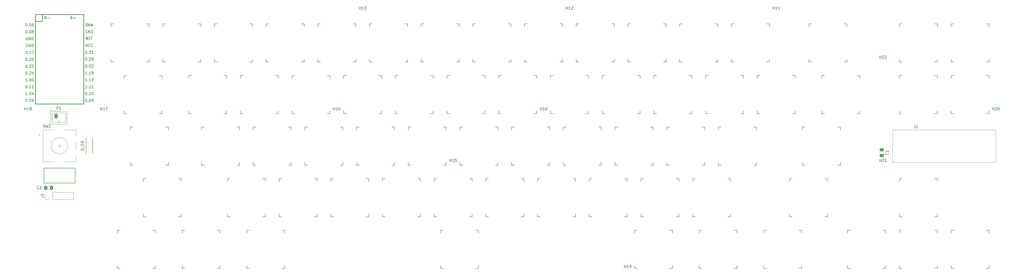
<source format=gto>
G04 #@! TF.GenerationSoftware,KiCad,Pcbnew,8.0.7*
G04 #@! TF.CreationDate,2025-01-01T21:32:49+11:00*
G04 #@! TF.ProjectId,Mainpcb,4d61696e-7063-4622-9e6b-696361645f70,rev?*
G04 #@! TF.SameCoordinates,Original*
G04 #@! TF.FileFunction,Legend,Top*
G04 #@! TF.FilePolarity,Positive*
%FSLAX46Y46*%
G04 Gerber Fmt 4.6, Leading zero omitted, Abs format (unit mm)*
G04 Created by KiCad (PCBNEW 8.0.7) date 2025-01-01 21:32:49*
%MOMM*%
%LPD*%
G01*
G04 APERTURE LIST*
G04 Aperture macros list*
%AMRoundRect*
0 Rectangle with rounded corners*
0 $1 Rounding radius*
0 $2 $3 $4 $5 $6 $7 $8 $9 X,Y pos of 4 corners*
0 Add a 4 corners polygon primitive as box body*
4,1,4,$2,$3,$4,$5,$6,$7,$8,$9,$2,$3,0*
0 Add four circle primitives for the rounded corners*
1,1,$1+$1,$2,$3*
1,1,$1+$1,$4,$5*
1,1,$1+$1,$6,$7*
1,1,$1+$1,$8,$9*
0 Add four rect primitives between the rounded corners*
20,1,$1+$1,$2,$3,$4,$5,0*
20,1,$1+$1,$4,$5,$6,$7,0*
20,1,$1+$1,$6,$7,$8,$9,0*
20,1,$1+$1,$8,$9,$2,$3,0*%
G04 Aperture macros list end*
%ADD10C,0.150000*%
%ADD11C,0.120000*%
%ADD12C,0.254000*%
%ADD13C,0.200000*%
%ADD14RoundRect,0.250000X0.337500X0.475000X-0.337500X0.475000X-0.337500X-0.475000X0.337500X-0.475000X0*%
%ADD15RoundRect,0.250000X-0.475000X0.337500X-0.475000X-0.337500X0.475000X-0.337500X0.475000X0.337500X0*%
%ADD16C,2.200000*%
%ADD17R,1.752600X1.752600*%
%ADD18C,1.752600*%
%ADD19R,3.200000X2.000000*%
%ADD20R,2.000000X2.000000*%
%ADD21C,2.000000*%
%ADD22C,3.000000*%
%ADD23C,2.500000*%
%ADD24C,1.701800*%
%ADD25C,3.987800*%
%ADD26R,1.600000X1.600000*%
%ADD27R,1.200000X1.200000*%
%ADD28C,1.600000*%
%ADD29C,5.300000*%
%ADD30C,3.048000*%
%ADD31RoundRect,0.250000X-0.350000X-0.625000X0.350000X-0.625000X0.350000X0.625000X-0.350000X0.625000X0*%
%ADD32O,1.200000X1.750000*%
%ADD33C,3.500000*%
%ADD34R,1.700000X1.700000*%
%ADD35O,1.700000X1.700000*%
G04 APERTURE END LIST*
D10*
X26333333Y-83859580D02*
X26285714Y-83907200D01*
X26285714Y-83907200D02*
X26142857Y-83954819D01*
X26142857Y-83954819D02*
X26047619Y-83954819D01*
X26047619Y-83954819D02*
X25904762Y-83907200D01*
X25904762Y-83907200D02*
X25809524Y-83811961D01*
X25809524Y-83811961D02*
X25761905Y-83716723D01*
X25761905Y-83716723D02*
X25714286Y-83526247D01*
X25714286Y-83526247D02*
X25714286Y-83383390D01*
X25714286Y-83383390D02*
X25761905Y-83192914D01*
X25761905Y-83192914D02*
X25809524Y-83097676D01*
X25809524Y-83097676D02*
X25904762Y-83002438D01*
X25904762Y-83002438D02*
X26047619Y-82954819D01*
X26047619Y-82954819D02*
X26142857Y-82954819D01*
X26142857Y-82954819D02*
X26285714Y-83002438D01*
X26285714Y-83002438D02*
X26333333Y-83050057D01*
X26714286Y-83050057D02*
X26761905Y-83002438D01*
X26761905Y-83002438D02*
X26857143Y-82954819D01*
X26857143Y-82954819D02*
X27095238Y-82954819D01*
X27095238Y-82954819D02*
X27190476Y-83002438D01*
X27190476Y-83002438D02*
X27238095Y-83050057D01*
X27238095Y-83050057D02*
X27285714Y-83145295D01*
X27285714Y-83145295D02*
X27285714Y-83240533D01*
X27285714Y-83240533D02*
X27238095Y-83383390D01*
X27238095Y-83383390D02*
X26666667Y-83954819D01*
X26666667Y-83954819D02*
X27285714Y-83954819D01*
X339359580Y-70704166D02*
X339407200Y-70751785D01*
X339407200Y-70751785D02*
X339454819Y-70894642D01*
X339454819Y-70894642D02*
X339454819Y-70989880D01*
X339454819Y-70989880D02*
X339407200Y-71132737D01*
X339407200Y-71132737D02*
X339311961Y-71227975D01*
X339311961Y-71227975D02*
X339216723Y-71275594D01*
X339216723Y-71275594D02*
X339026247Y-71323213D01*
X339026247Y-71323213D02*
X338883390Y-71323213D01*
X338883390Y-71323213D02*
X338692914Y-71275594D01*
X338692914Y-71275594D02*
X338597676Y-71227975D01*
X338597676Y-71227975D02*
X338502438Y-71132737D01*
X338502438Y-71132737D02*
X338454819Y-70989880D01*
X338454819Y-70989880D02*
X338454819Y-70894642D01*
X338454819Y-70894642D02*
X338502438Y-70751785D01*
X338502438Y-70751785D02*
X338550057Y-70704166D01*
X339454819Y-69751785D02*
X339454819Y-70323213D01*
X339454819Y-70037499D02*
X338454819Y-70037499D01*
X338454819Y-70037499D02*
X338597676Y-70132737D01*
X338597676Y-70132737D02*
X338692914Y-70227975D01*
X338692914Y-70227975D02*
X338740533Y-70323213D01*
X336261905Y-35754819D02*
X336261905Y-34754819D01*
X336261905Y-35231009D02*
X336833333Y-35231009D01*
X336833333Y-35754819D02*
X336833333Y-34754819D01*
X337261905Y-34850057D02*
X337309524Y-34802438D01*
X337309524Y-34802438D02*
X337404762Y-34754819D01*
X337404762Y-34754819D02*
X337642857Y-34754819D01*
X337642857Y-34754819D02*
X337738095Y-34802438D01*
X337738095Y-34802438D02*
X337785714Y-34850057D01*
X337785714Y-34850057D02*
X337833333Y-34945295D01*
X337833333Y-34945295D02*
X337833333Y-35040533D01*
X337833333Y-35040533D02*
X337785714Y-35183390D01*
X337785714Y-35183390D02*
X337214286Y-35754819D01*
X337214286Y-35754819D02*
X337833333Y-35754819D01*
X338214286Y-34850057D02*
X338261905Y-34802438D01*
X338261905Y-34802438D02*
X338357143Y-34754819D01*
X338357143Y-34754819D02*
X338595238Y-34754819D01*
X338595238Y-34754819D02*
X338690476Y-34802438D01*
X338690476Y-34802438D02*
X338738095Y-34850057D01*
X338738095Y-34850057D02*
X338785714Y-34945295D01*
X338785714Y-34945295D02*
X338785714Y-35040533D01*
X338785714Y-35040533D02*
X338738095Y-35183390D01*
X338738095Y-35183390D02*
X338166667Y-35754819D01*
X338166667Y-35754819D02*
X338785714Y-35754819D01*
X336261905Y-73854819D02*
X336261905Y-72854819D01*
X336261905Y-73331009D02*
X336833333Y-73331009D01*
X336833333Y-73854819D02*
X336833333Y-72854819D01*
X337261905Y-72950057D02*
X337309524Y-72902438D01*
X337309524Y-72902438D02*
X337404762Y-72854819D01*
X337404762Y-72854819D02*
X337642857Y-72854819D01*
X337642857Y-72854819D02*
X337738095Y-72902438D01*
X337738095Y-72902438D02*
X337785714Y-72950057D01*
X337785714Y-72950057D02*
X337833333Y-73045295D01*
X337833333Y-73045295D02*
X337833333Y-73140533D01*
X337833333Y-73140533D02*
X337785714Y-73283390D01*
X337785714Y-73283390D02*
X337214286Y-73854819D01*
X337214286Y-73854819D02*
X337833333Y-73854819D01*
X338785714Y-73854819D02*
X338214286Y-73854819D01*
X338500000Y-73854819D02*
X338500000Y-72854819D01*
X338500000Y-72854819D02*
X338404762Y-72997676D01*
X338404762Y-72997676D02*
X338309524Y-73092914D01*
X338309524Y-73092914D02*
X338214286Y-73140533D01*
X21761905Y-22844819D02*
X21857143Y-22844819D01*
X21857143Y-22844819D02*
X21952381Y-22892438D01*
X21952381Y-22892438D02*
X22000000Y-22940057D01*
X22000000Y-22940057D02*
X22047619Y-23035295D01*
X22047619Y-23035295D02*
X22095238Y-23225771D01*
X22095238Y-23225771D02*
X22095238Y-23463866D01*
X22095238Y-23463866D02*
X22047619Y-23654342D01*
X22047619Y-23654342D02*
X22000000Y-23749580D01*
X22000000Y-23749580D02*
X21952381Y-23797200D01*
X21952381Y-23797200D02*
X21857143Y-23844819D01*
X21857143Y-23844819D02*
X21761905Y-23844819D01*
X21761905Y-23844819D02*
X21666667Y-23797200D01*
X21666667Y-23797200D02*
X21619048Y-23749580D01*
X21619048Y-23749580D02*
X21571429Y-23654342D01*
X21571429Y-23654342D02*
X21523810Y-23463866D01*
X21523810Y-23463866D02*
X21523810Y-23225771D01*
X21523810Y-23225771D02*
X21571429Y-23035295D01*
X21571429Y-23035295D02*
X21619048Y-22940057D01*
X21619048Y-22940057D02*
X21666667Y-22892438D01*
X21666667Y-22892438D02*
X21761905Y-22844819D01*
X22523810Y-23749580D02*
X22571429Y-23797200D01*
X22571429Y-23797200D02*
X22523810Y-23844819D01*
X22523810Y-23844819D02*
X22476191Y-23797200D01*
X22476191Y-23797200D02*
X22523810Y-23749580D01*
X22523810Y-23749580D02*
X22523810Y-23844819D01*
X23190476Y-22844819D02*
X23285714Y-22844819D01*
X23285714Y-22844819D02*
X23380952Y-22892438D01*
X23380952Y-22892438D02*
X23428571Y-22940057D01*
X23428571Y-22940057D02*
X23476190Y-23035295D01*
X23476190Y-23035295D02*
X23523809Y-23225771D01*
X23523809Y-23225771D02*
X23523809Y-23463866D01*
X23523809Y-23463866D02*
X23476190Y-23654342D01*
X23476190Y-23654342D02*
X23428571Y-23749580D01*
X23428571Y-23749580D02*
X23380952Y-23797200D01*
X23380952Y-23797200D02*
X23285714Y-23844819D01*
X23285714Y-23844819D02*
X23190476Y-23844819D01*
X23190476Y-23844819D02*
X23095238Y-23797200D01*
X23095238Y-23797200D02*
X23047619Y-23749580D01*
X23047619Y-23749580D02*
X23000000Y-23654342D01*
X23000000Y-23654342D02*
X22952381Y-23463866D01*
X22952381Y-23463866D02*
X22952381Y-23225771D01*
X22952381Y-23225771D02*
X23000000Y-23035295D01*
X23000000Y-23035295D02*
X23047619Y-22940057D01*
X23047619Y-22940057D02*
X23095238Y-22892438D01*
X23095238Y-22892438D02*
X23190476Y-22844819D01*
X24380952Y-22844819D02*
X24190476Y-22844819D01*
X24190476Y-22844819D02*
X24095238Y-22892438D01*
X24095238Y-22892438D02*
X24047619Y-22940057D01*
X24047619Y-22940057D02*
X23952381Y-23082914D01*
X23952381Y-23082914D02*
X23904762Y-23273390D01*
X23904762Y-23273390D02*
X23904762Y-23654342D01*
X23904762Y-23654342D02*
X23952381Y-23749580D01*
X23952381Y-23749580D02*
X24000000Y-23797200D01*
X24000000Y-23797200D02*
X24095238Y-23844819D01*
X24095238Y-23844819D02*
X24285714Y-23844819D01*
X24285714Y-23844819D02*
X24380952Y-23797200D01*
X24380952Y-23797200D02*
X24428571Y-23749580D01*
X24428571Y-23749580D02*
X24476190Y-23654342D01*
X24476190Y-23654342D02*
X24476190Y-23416247D01*
X24476190Y-23416247D02*
X24428571Y-23321009D01*
X24428571Y-23321009D02*
X24380952Y-23273390D01*
X24380952Y-23273390D02*
X24285714Y-23225771D01*
X24285714Y-23225771D02*
X24095238Y-23225771D01*
X24095238Y-23225771D02*
X24000000Y-23273390D01*
X24000000Y-23273390D02*
X23952381Y-23321009D01*
X23952381Y-23321009D02*
X23904762Y-23416247D01*
X44238095Y-25382438D02*
X44142857Y-25334819D01*
X44142857Y-25334819D02*
X44000000Y-25334819D01*
X44000000Y-25334819D02*
X43857143Y-25382438D01*
X43857143Y-25382438D02*
X43761905Y-25477676D01*
X43761905Y-25477676D02*
X43714286Y-25572914D01*
X43714286Y-25572914D02*
X43666667Y-25763390D01*
X43666667Y-25763390D02*
X43666667Y-25906247D01*
X43666667Y-25906247D02*
X43714286Y-26096723D01*
X43714286Y-26096723D02*
X43761905Y-26191961D01*
X43761905Y-26191961D02*
X43857143Y-26287200D01*
X43857143Y-26287200D02*
X44000000Y-26334819D01*
X44000000Y-26334819D02*
X44095238Y-26334819D01*
X44095238Y-26334819D02*
X44238095Y-26287200D01*
X44238095Y-26287200D02*
X44285714Y-26239580D01*
X44285714Y-26239580D02*
X44285714Y-25906247D01*
X44285714Y-25906247D02*
X44095238Y-25906247D01*
X44714286Y-26334819D02*
X44714286Y-25334819D01*
X44714286Y-25334819D02*
X45285714Y-26334819D01*
X45285714Y-26334819D02*
X45285714Y-25334819D01*
X45761905Y-26334819D02*
X45761905Y-25334819D01*
X45761905Y-25334819D02*
X46000000Y-25334819D01*
X46000000Y-25334819D02*
X46142857Y-25382438D01*
X46142857Y-25382438D02*
X46238095Y-25477676D01*
X46238095Y-25477676D02*
X46285714Y-25572914D01*
X46285714Y-25572914D02*
X46333333Y-25763390D01*
X46333333Y-25763390D02*
X46333333Y-25906247D01*
X46333333Y-25906247D02*
X46285714Y-26096723D01*
X46285714Y-26096723D02*
X46238095Y-26191961D01*
X46238095Y-26191961D02*
X46142857Y-26287200D01*
X46142857Y-26287200D02*
X46000000Y-26334819D01*
X46000000Y-26334819D02*
X45761905Y-26334819D01*
X21761905Y-33006182D02*
X21857143Y-33006182D01*
X21857143Y-33006182D02*
X21952381Y-33053801D01*
X21952381Y-33053801D02*
X22000000Y-33101420D01*
X22000000Y-33101420D02*
X22047619Y-33196658D01*
X22047619Y-33196658D02*
X22095238Y-33387134D01*
X22095238Y-33387134D02*
X22095238Y-33625229D01*
X22095238Y-33625229D02*
X22047619Y-33815705D01*
X22047619Y-33815705D02*
X22000000Y-33910943D01*
X22000000Y-33910943D02*
X21952381Y-33958563D01*
X21952381Y-33958563D02*
X21857143Y-34006182D01*
X21857143Y-34006182D02*
X21761905Y-34006182D01*
X21761905Y-34006182D02*
X21666667Y-33958563D01*
X21666667Y-33958563D02*
X21619048Y-33910943D01*
X21619048Y-33910943D02*
X21571429Y-33815705D01*
X21571429Y-33815705D02*
X21523810Y-33625229D01*
X21523810Y-33625229D02*
X21523810Y-33387134D01*
X21523810Y-33387134D02*
X21571429Y-33196658D01*
X21571429Y-33196658D02*
X21619048Y-33101420D01*
X21619048Y-33101420D02*
X21666667Y-33053801D01*
X21666667Y-33053801D02*
X21761905Y-33006182D01*
X22523810Y-33910943D02*
X22571429Y-33958563D01*
X22571429Y-33958563D02*
X22523810Y-34006182D01*
X22523810Y-34006182D02*
X22476191Y-33958563D01*
X22476191Y-33958563D02*
X22523810Y-33910943D01*
X22523810Y-33910943D02*
X22523810Y-34006182D01*
X23523809Y-34006182D02*
X22952381Y-34006182D01*
X23238095Y-34006182D02*
X23238095Y-33006182D01*
X23238095Y-33006182D02*
X23142857Y-33149039D01*
X23142857Y-33149039D02*
X23047619Y-33244277D01*
X23047619Y-33244277D02*
X22952381Y-33291896D01*
X23857143Y-33006182D02*
X24523809Y-33006182D01*
X24523809Y-33006182D02*
X24095238Y-34006182D01*
X21761905Y-38086182D02*
X21857143Y-38086182D01*
X21857143Y-38086182D02*
X21952381Y-38133801D01*
X21952381Y-38133801D02*
X22000000Y-38181420D01*
X22000000Y-38181420D02*
X22047619Y-38276658D01*
X22047619Y-38276658D02*
X22095238Y-38467134D01*
X22095238Y-38467134D02*
X22095238Y-38705229D01*
X22095238Y-38705229D02*
X22047619Y-38895705D01*
X22047619Y-38895705D02*
X22000000Y-38990943D01*
X22000000Y-38990943D02*
X21952381Y-39038563D01*
X21952381Y-39038563D02*
X21857143Y-39086182D01*
X21857143Y-39086182D02*
X21761905Y-39086182D01*
X21761905Y-39086182D02*
X21666667Y-39038563D01*
X21666667Y-39038563D02*
X21619048Y-38990943D01*
X21619048Y-38990943D02*
X21571429Y-38895705D01*
X21571429Y-38895705D02*
X21523810Y-38705229D01*
X21523810Y-38705229D02*
X21523810Y-38467134D01*
X21523810Y-38467134D02*
X21571429Y-38276658D01*
X21571429Y-38276658D02*
X21619048Y-38181420D01*
X21619048Y-38181420D02*
X21666667Y-38133801D01*
X21666667Y-38133801D02*
X21761905Y-38086182D01*
X22523810Y-38990943D02*
X22571429Y-39038563D01*
X22571429Y-39038563D02*
X22523810Y-39086182D01*
X22523810Y-39086182D02*
X22476191Y-39038563D01*
X22476191Y-39038563D02*
X22523810Y-38990943D01*
X22523810Y-38990943D02*
X22523810Y-39086182D01*
X22952381Y-38181420D02*
X23000000Y-38133801D01*
X23000000Y-38133801D02*
X23095238Y-38086182D01*
X23095238Y-38086182D02*
X23333333Y-38086182D01*
X23333333Y-38086182D02*
X23428571Y-38133801D01*
X23428571Y-38133801D02*
X23476190Y-38181420D01*
X23476190Y-38181420D02*
X23523809Y-38276658D01*
X23523809Y-38276658D02*
X23523809Y-38371896D01*
X23523809Y-38371896D02*
X23476190Y-38514753D01*
X23476190Y-38514753D02*
X22904762Y-39086182D01*
X22904762Y-39086182D02*
X23523809Y-39086182D01*
X23904762Y-38181420D02*
X23952381Y-38133801D01*
X23952381Y-38133801D02*
X24047619Y-38086182D01*
X24047619Y-38086182D02*
X24285714Y-38086182D01*
X24285714Y-38086182D02*
X24380952Y-38133801D01*
X24380952Y-38133801D02*
X24428571Y-38181420D01*
X24428571Y-38181420D02*
X24476190Y-38276658D01*
X24476190Y-38276658D02*
X24476190Y-38371896D01*
X24476190Y-38371896D02*
X24428571Y-38514753D01*
X24428571Y-38514753D02*
X23857143Y-39086182D01*
X23857143Y-39086182D02*
X24476190Y-39086182D01*
X43761905Y-32954819D02*
X43857143Y-32954819D01*
X43857143Y-32954819D02*
X43952381Y-33002438D01*
X43952381Y-33002438D02*
X44000000Y-33050057D01*
X44000000Y-33050057D02*
X44047619Y-33145295D01*
X44047619Y-33145295D02*
X44095238Y-33335771D01*
X44095238Y-33335771D02*
X44095238Y-33573866D01*
X44095238Y-33573866D02*
X44047619Y-33764342D01*
X44047619Y-33764342D02*
X44000000Y-33859580D01*
X44000000Y-33859580D02*
X43952381Y-33907200D01*
X43952381Y-33907200D02*
X43857143Y-33954819D01*
X43857143Y-33954819D02*
X43761905Y-33954819D01*
X43761905Y-33954819D02*
X43666667Y-33907200D01*
X43666667Y-33907200D02*
X43619048Y-33859580D01*
X43619048Y-33859580D02*
X43571429Y-33764342D01*
X43571429Y-33764342D02*
X43523810Y-33573866D01*
X43523810Y-33573866D02*
X43523810Y-33335771D01*
X43523810Y-33335771D02*
X43571429Y-33145295D01*
X43571429Y-33145295D02*
X43619048Y-33050057D01*
X43619048Y-33050057D02*
X43666667Y-33002438D01*
X43666667Y-33002438D02*
X43761905Y-32954819D01*
X44523810Y-33859580D02*
X44571429Y-33907200D01*
X44571429Y-33907200D02*
X44523810Y-33954819D01*
X44523810Y-33954819D02*
X44476191Y-33907200D01*
X44476191Y-33907200D02*
X44523810Y-33859580D01*
X44523810Y-33859580D02*
X44523810Y-33954819D01*
X44904762Y-32954819D02*
X45523809Y-32954819D01*
X45523809Y-32954819D02*
X45190476Y-33335771D01*
X45190476Y-33335771D02*
X45333333Y-33335771D01*
X45333333Y-33335771D02*
X45428571Y-33383390D01*
X45428571Y-33383390D02*
X45476190Y-33431009D01*
X45476190Y-33431009D02*
X45523809Y-33526247D01*
X45523809Y-33526247D02*
X45523809Y-33764342D01*
X45523809Y-33764342D02*
X45476190Y-33859580D01*
X45476190Y-33859580D02*
X45428571Y-33907200D01*
X45428571Y-33907200D02*
X45333333Y-33954819D01*
X45333333Y-33954819D02*
X45047619Y-33954819D01*
X45047619Y-33954819D02*
X44952381Y-33907200D01*
X44952381Y-33907200D02*
X44904762Y-33859580D01*
X46476190Y-33954819D02*
X45904762Y-33954819D01*
X46190476Y-33954819D02*
X46190476Y-32954819D01*
X46190476Y-32954819D02*
X46095238Y-33097676D01*
X46095238Y-33097676D02*
X46000000Y-33192914D01*
X46000000Y-33192914D02*
X45904762Y-33240533D01*
X21761905Y-40626182D02*
X21857143Y-40626182D01*
X21857143Y-40626182D02*
X21952381Y-40673801D01*
X21952381Y-40673801D02*
X22000000Y-40721420D01*
X22000000Y-40721420D02*
X22047619Y-40816658D01*
X22047619Y-40816658D02*
X22095238Y-41007134D01*
X22095238Y-41007134D02*
X22095238Y-41245229D01*
X22095238Y-41245229D02*
X22047619Y-41435705D01*
X22047619Y-41435705D02*
X22000000Y-41530943D01*
X22000000Y-41530943D02*
X21952381Y-41578563D01*
X21952381Y-41578563D02*
X21857143Y-41626182D01*
X21857143Y-41626182D02*
X21761905Y-41626182D01*
X21761905Y-41626182D02*
X21666667Y-41578563D01*
X21666667Y-41578563D02*
X21619048Y-41530943D01*
X21619048Y-41530943D02*
X21571429Y-41435705D01*
X21571429Y-41435705D02*
X21523810Y-41245229D01*
X21523810Y-41245229D02*
X21523810Y-41007134D01*
X21523810Y-41007134D02*
X21571429Y-40816658D01*
X21571429Y-40816658D02*
X21619048Y-40721420D01*
X21619048Y-40721420D02*
X21666667Y-40673801D01*
X21666667Y-40673801D02*
X21761905Y-40626182D01*
X22523810Y-41530943D02*
X22571429Y-41578563D01*
X22571429Y-41578563D02*
X22523810Y-41626182D01*
X22523810Y-41626182D02*
X22476191Y-41578563D01*
X22476191Y-41578563D02*
X22523810Y-41530943D01*
X22523810Y-41530943D02*
X22523810Y-41626182D01*
X22952381Y-40721420D02*
X23000000Y-40673801D01*
X23000000Y-40673801D02*
X23095238Y-40626182D01*
X23095238Y-40626182D02*
X23333333Y-40626182D01*
X23333333Y-40626182D02*
X23428571Y-40673801D01*
X23428571Y-40673801D02*
X23476190Y-40721420D01*
X23476190Y-40721420D02*
X23523809Y-40816658D01*
X23523809Y-40816658D02*
X23523809Y-40911896D01*
X23523809Y-40911896D02*
X23476190Y-41054753D01*
X23476190Y-41054753D02*
X22904762Y-41626182D01*
X22904762Y-41626182D02*
X23523809Y-41626182D01*
X24380952Y-40959515D02*
X24380952Y-41626182D01*
X24142857Y-40578563D02*
X23904762Y-41292848D01*
X23904762Y-41292848D02*
X24523809Y-41292848D01*
X44095238Y-41574819D02*
X43523810Y-41574819D01*
X43809524Y-41574819D02*
X43809524Y-40574819D01*
X43809524Y-40574819D02*
X43714286Y-40717676D01*
X43714286Y-40717676D02*
X43619048Y-40812914D01*
X43619048Y-40812914D02*
X43523810Y-40860533D01*
X44523810Y-41479580D02*
X44571429Y-41527200D01*
X44571429Y-41527200D02*
X44523810Y-41574819D01*
X44523810Y-41574819D02*
X44476191Y-41527200D01*
X44476191Y-41527200D02*
X44523810Y-41479580D01*
X44523810Y-41479580D02*
X44523810Y-41574819D01*
X45523809Y-41574819D02*
X44952381Y-41574819D01*
X45238095Y-41574819D02*
X45238095Y-40574819D01*
X45238095Y-40574819D02*
X45142857Y-40717676D01*
X45142857Y-40717676D02*
X45047619Y-40812914D01*
X45047619Y-40812914D02*
X44952381Y-40860533D01*
X46428571Y-40574819D02*
X45952381Y-40574819D01*
X45952381Y-40574819D02*
X45904762Y-41051009D01*
X45904762Y-41051009D02*
X45952381Y-41003390D01*
X45952381Y-41003390D02*
X46047619Y-40955771D01*
X46047619Y-40955771D02*
X46285714Y-40955771D01*
X46285714Y-40955771D02*
X46380952Y-41003390D01*
X46380952Y-41003390D02*
X46428571Y-41051009D01*
X46428571Y-41051009D02*
X46476190Y-41146247D01*
X46476190Y-41146247D02*
X46476190Y-41384342D01*
X46476190Y-41384342D02*
X46428571Y-41479580D01*
X46428571Y-41479580D02*
X46380952Y-41527200D01*
X46380952Y-41527200D02*
X46285714Y-41574819D01*
X46285714Y-41574819D02*
X46047619Y-41574819D01*
X46047619Y-41574819D02*
X45952381Y-41527200D01*
X45952381Y-41527200D02*
X45904762Y-41479580D01*
X28952381Y-20671009D02*
X29095238Y-20718628D01*
X29095238Y-20718628D02*
X29142857Y-20766247D01*
X29142857Y-20766247D02*
X29190476Y-20861485D01*
X29190476Y-20861485D02*
X29190476Y-21004342D01*
X29190476Y-21004342D02*
X29142857Y-21099580D01*
X29142857Y-21099580D02*
X29095238Y-21147200D01*
X29095238Y-21147200D02*
X29000000Y-21194819D01*
X29000000Y-21194819D02*
X28619048Y-21194819D01*
X28619048Y-21194819D02*
X28619048Y-20194819D01*
X28619048Y-20194819D02*
X28952381Y-20194819D01*
X28952381Y-20194819D02*
X29047619Y-20242438D01*
X29047619Y-20242438D02*
X29095238Y-20290057D01*
X29095238Y-20290057D02*
X29142857Y-20385295D01*
X29142857Y-20385295D02*
X29142857Y-20480533D01*
X29142857Y-20480533D02*
X29095238Y-20575771D01*
X29095238Y-20575771D02*
X29047619Y-20623390D01*
X29047619Y-20623390D02*
X28952381Y-20671009D01*
X28952381Y-20671009D02*
X28619048Y-20671009D01*
X29619048Y-20813866D02*
X30380953Y-20813866D01*
X43761905Y-35494819D02*
X43857143Y-35494819D01*
X43857143Y-35494819D02*
X43952381Y-35542438D01*
X43952381Y-35542438D02*
X44000000Y-35590057D01*
X44000000Y-35590057D02*
X44047619Y-35685295D01*
X44047619Y-35685295D02*
X44095238Y-35875771D01*
X44095238Y-35875771D02*
X44095238Y-36113866D01*
X44095238Y-36113866D02*
X44047619Y-36304342D01*
X44047619Y-36304342D02*
X44000000Y-36399580D01*
X44000000Y-36399580D02*
X43952381Y-36447200D01*
X43952381Y-36447200D02*
X43857143Y-36494819D01*
X43857143Y-36494819D02*
X43761905Y-36494819D01*
X43761905Y-36494819D02*
X43666667Y-36447200D01*
X43666667Y-36447200D02*
X43619048Y-36399580D01*
X43619048Y-36399580D02*
X43571429Y-36304342D01*
X43571429Y-36304342D02*
X43523810Y-36113866D01*
X43523810Y-36113866D02*
X43523810Y-35875771D01*
X43523810Y-35875771D02*
X43571429Y-35685295D01*
X43571429Y-35685295D02*
X43619048Y-35590057D01*
X43619048Y-35590057D02*
X43666667Y-35542438D01*
X43666667Y-35542438D02*
X43761905Y-35494819D01*
X44523810Y-36399580D02*
X44571429Y-36447200D01*
X44571429Y-36447200D02*
X44523810Y-36494819D01*
X44523810Y-36494819D02*
X44476191Y-36447200D01*
X44476191Y-36447200D02*
X44523810Y-36399580D01*
X44523810Y-36399580D02*
X44523810Y-36494819D01*
X44952381Y-35590057D02*
X45000000Y-35542438D01*
X45000000Y-35542438D02*
X45095238Y-35494819D01*
X45095238Y-35494819D02*
X45333333Y-35494819D01*
X45333333Y-35494819D02*
X45428571Y-35542438D01*
X45428571Y-35542438D02*
X45476190Y-35590057D01*
X45476190Y-35590057D02*
X45523809Y-35685295D01*
X45523809Y-35685295D02*
X45523809Y-35780533D01*
X45523809Y-35780533D02*
X45476190Y-35923390D01*
X45476190Y-35923390D02*
X44904762Y-36494819D01*
X44904762Y-36494819D02*
X45523809Y-36494819D01*
X46000000Y-36494819D02*
X46190476Y-36494819D01*
X46190476Y-36494819D02*
X46285714Y-36447200D01*
X46285714Y-36447200D02*
X46333333Y-36399580D01*
X46333333Y-36399580D02*
X46428571Y-36256723D01*
X46428571Y-36256723D02*
X46476190Y-36066247D01*
X46476190Y-36066247D02*
X46476190Y-35685295D01*
X46476190Y-35685295D02*
X46428571Y-35590057D01*
X46428571Y-35590057D02*
X46380952Y-35542438D01*
X46380952Y-35542438D02*
X46285714Y-35494819D01*
X46285714Y-35494819D02*
X46095238Y-35494819D01*
X46095238Y-35494819D02*
X46000000Y-35542438D01*
X46000000Y-35542438D02*
X45952381Y-35590057D01*
X45952381Y-35590057D02*
X45904762Y-35685295D01*
X45904762Y-35685295D02*
X45904762Y-35923390D01*
X45904762Y-35923390D02*
X45952381Y-36018628D01*
X45952381Y-36018628D02*
X46000000Y-36066247D01*
X46000000Y-36066247D02*
X46095238Y-36113866D01*
X46095238Y-36113866D02*
X46285714Y-36113866D01*
X46285714Y-36113866D02*
X46380952Y-36066247D01*
X46380952Y-36066247D02*
X46428571Y-36018628D01*
X46428571Y-36018628D02*
X46476190Y-35923390D01*
X43761905Y-38034819D02*
X43857143Y-38034819D01*
X43857143Y-38034819D02*
X43952381Y-38082438D01*
X43952381Y-38082438D02*
X44000000Y-38130057D01*
X44000000Y-38130057D02*
X44047619Y-38225295D01*
X44047619Y-38225295D02*
X44095238Y-38415771D01*
X44095238Y-38415771D02*
X44095238Y-38653866D01*
X44095238Y-38653866D02*
X44047619Y-38844342D01*
X44047619Y-38844342D02*
X44000000Y-38939580D01*
X44000000Y-38939580D02*
X43952381Y-38987200D01*
X43952381Y-38987200D02*
X43857143Y-39034819D01*
X43857143Y-39034819D02*
X43761905Y-39034819D01*
X43761905Y-39034819D02*
X43666667Y-38987200D01*
X43666667Y-38987200D02*
X43619048Y-38939580D01*
X43619048Y-38939580D02*
X43571429Y-38844342D01*
X43571429Y-38844342D02*
X43523810Y-38653866D01*
X43523810Y-38653866D02*
X43523810Y-38415771D01*
X43523810Y-38415771D02*
X43571429Y-38225295D01*
X43571429Y-38225295D02*
X43619048Y-38130057D01*
X43619048Y-38130057D02*
X43666667Y-38082438D01*
X43666667Y-38082438D02*
X43761905Y-38034819D01*
X44523810Y-38939580D02*
X44571429Y-38987200D01*
X44571429Y-38987200D02*
X44523810Y-39034819D01*
X44523810Y-39034819D02*
X44476191Y-38987200D01*
X44476191Y-38987200D02*
X44523810Y-38939580D01*
X44523810Y-38939580D02*
X44523810Y-39034819D01*
X45190476Y-38034819D02*
X45285714Y-38034819D01*
X45285714Y-38034819D02*
X45380952Y-38082438D01*
X45380952Y-38082438D02*
X45428571Y-38130057D01*
X45428571Y-38130057D02*
X45476190Y-38225295D01*
X45476190Y-38225295D02*
X45523809Y-38415771D01*
X45523809Y-38415771D02*
X45523809Y-38653866D01*
X45523809Y-38653866D02*
X45476190Y-38844342D01*
X45476190Y-38844342D02*
X45428571Y-38939580D01*
X45428571Y-38939580D02*
X45380952Y-38987200D01*
X45380952Y-38987200D02*
X45285714Y-39034819D01*
X45285714Y-39034819D02*
X45190476Y-39034819D01*
X45190476Y-39034819D02*
X45095238Y-38987200D01*
X45095238Y-38987200D02*
X45047619Y-38939580D01*
X45047619Y-38939580D02*
X45000000Y-38844342D01*
X45000000Y-38844342D02*
X44952381Y-38653866D01*
X44952381Y-38653866D02*
X44952381Y-38415771D01*
X44952381Y-38415771D02*
X45000000Y-38225295D01*
X45000000Y-38225295D02*
X45047619Y-38130057D01*
X45047619Y-38130057D02*
X45095238Y-38082438D01*
X45095238Y-38082438D02*
X45190476Y-38034819D01*
X45904762Y-38130057D02*
X45952381Y-38082438D01*
X45952381Y-38082438D02*
X46047619Y-38034819D01*
X46047619Y-38034819D02*
X46285714Y-38034819D01*
X46285714Y-38034819D02*
X46380952Y-38082438D01*
X46380952Y-38082438D02*
X46428571Y-38130057D01*
X46428571Y-38130057D02*
X46476190Y-38225295D01*
X46476190Y-38225295D02*
X46476190Y-38320533D01*
X46476190Y-38320533D02*
X46428571Y-38463390D01*
X46428571Y-38463390D02*
X45857143Y-39034819D01*
X45857143Y-39034819D02*
X46476190Y-39034819D01*
X21761905Y-35546182D02*
X21857143Y-35546182D01*
X21857143Y-35546182D02*
X21952381Y-35593801D01*
X21952381Y-35593801D02*
X22000000Y-35641420D01*
X22000000Y-35641420D02*
X22047619Y-35736658D01*
X22047619Y-35736658D02*
X22095238Y-35927134D01*
X22095238Y-35927134D02*
X22095238Y-36165229D01*
X22095238Y-36165229D02*
X22047619Y-36355705D01*
X22047619Y-36355705D02*
X22000000Y-36450943D01*
X22000000Y-36450943D02*
X21952381Y-36498563D01*
X21952381Y-36498563D02*
X21857143Y-36546182D01*
X21857143Y-36546182D02*
X21761905Y-36546182D01*
X21761905Y-36546182D02*
X21666667Y-36498563D01*
X21666667Y-36498563D02*
X21619048Y-36450943D01*
X21619048Y-36450943D02*
X21571429Y-36355705D01*
X21571429Y-36355705D02*
X21523810Y-36165229D01*
X21523810Y-36165229D02*
X21523810Y-35927134D01*
X21523810Y-35927134D02*
X21571429Y-35736658D01*
X21571429Y-35736658D02*
X21619048Y-35641420D01*
X21619048Y-35641420D02*
X21666667Y-35593801D01*
X21666667Y-35593801D02*
X21761905Y-35546182D01*
X22523810Y-36450943D02*
X22571429Y-36498563D01*
X22571429Y-36498563D02*
X22523810Y-36546182D01*
X22523810Y-36546182D02*
X22476191Y-36498563D01*
X22476191Y-36498563D02*
X22523810Y-36450943D01*
X22523810Y-36450943D02*
X22523810Y-36546182D01*
X22952381Y-35641420D02*
X23000000Y-35593801D01*
X23000000Y-35593801D02*
X23095238Y-35546182D01*
X23095238Y-35546182D02*
X23333333Y-35546182D01*
X23333333Y-35546182D02*
X23428571Y-35593801D01*
X23428571Y-35593801D02*
X23476190Y-35641420D01*
X23476190Y-35641420D02*
X23523809Y-35736658D01*
X23523809Y-35736658D02*
X23523809Y-35831896D01*
X23523809Y-35831896D02*
X23476190Y-35974753D01*
X23476190Y-35974753D02*
X22904762Y-36546182D01*
X22904762Y-36546182D02*
X23523809Y-36546182D01*
X24142857Y-35546182D02*
X24238095Y-35546182D01*
X24238095Y-35546182D02*
X24333333Y-35593801D01*
X24333333Y-35593801D02*
X24380952Y-35641420D01*
X24380952Y-35641420D02*
X24428571Y-35736658D01*
X24428571Y-35736658D02*
X24476190Y-35927134D01*
X24476190Y-35927134D02*
X24476190Y-36165229D01*
X24476190Y-36165229D02*
X24428571Y-36355705D01*
X24428571Y-36355705D02*
X24380952Y-36450943D01*
X24380952Y-36450943D02*
X24333333Y-36498563D01*
X24333333Y-36498563D02*
X24238095Y-36546182D01*
X24238095Y-36546182D02*
X24142857Y-36546182D01*
X24142857Y-36546182D02*
X24047619Y-36498563D01*
X24047619Y-36498563D02*
X24000000Y-36450943D01*
X24000000Y-36450943D02*
X23952381Y-36355705D01*
X23952381Y-36355705D02*
X23904762Y-36165229D01*
X23904762Y-36165229D02*
X23904762Y-35927134D01*
X23904762Y-35927134D02*
X23952381Y-35736658D01*
X23952381Y-35736658D02*
X24000000Y-35641420D01*
X24000000Y-35641420D02*
X24047619Y-35593801D01*
X24047619Y-35593801D02*
X24142857Y-35546182D01*
X22238095Y-30512438D02*
X22142857Y-30464819D01*
X22142857Y-30464819D02*
X22000000Y-30464819D01*
X22000000Y-30464819D02*
X21857143Y-30512438D01*
X21857143Y-30512438D02*
X21761905Y-30607676D01*
X21761905Y-30607676D02*
X21714286Y-30702914D01*
X21714286Y-30702914D02*
X21666667Y-30893390D01*
X21666667Y-30893390D02*
X21666667Y-31036247D01*
X21666667Y-31036247D02*
X21714286Y-31226723D01*
X21714286Y-31226723D02*
X21761905Y-31321961D01*
X21761905Y-31321961D02*
X21857143Y-31417200D01*
X21857143Y-31417200D02*
X22000000Y-31464819D01*
X22000000Y-31464819D02*
X22095238Y-31464819D01*
X22095238Y-31464819D02*
X22238095Y-31417200D01*
X22238095Y-31417200D02*
X22285714Y-31369580D01*
X22285714Y-31369580D02*
X22285714Y-31036247D01*
X22285714Y-31036247D02*
X22095238Y-31036247D01*
X22714286Y-31464819D02*
X22714286Y-30464819D01*
X22714286Y-30464819D02*
X23285714Y-31464819D01*
X23285714Y-31464819D02*
X23285714Y-30464819D01*
X23761905Y-31464819D02*
X23761905Y-30464819D01*
X23761905Y-30464819D02*
X24000000Y-30464819D01*
X24000000Y-30464819D02*
X24142857Y-30512438D01*
X24142857Y-30512438D02*
X24238095Y-30607676D01*
X24238095Y-30607676D02*
X24285714Y-30702914D01*
X24285714Y-30702914D02*
X24333333Y-30893390D01*
X24333333Y-30893390D02*
X24333333Y-31036247D01*
X24333333Y-31036247D02*
X24285714Y-31226723D01*
X24285714Y-31226723D02*
X24238095Y-31321961D01*
X24238095Y-31321961D02*
X24142857Y-31417200D01*
X24142857Y-31417200D02*
X24000000Y-31464819D01*
X24000000Y-31464819D02*
X23761905Y-31464819D01*
X38452381Y-20681009D02*
X38595238Y-20728628D01*
X38595238Y-20728628D02*
X38642857Y-20776247D01*
X38642857Y-20776247D02*
X38690476Y-20871485D01*
X38690476Y-20871485D02*
X38690476Y-21014342D01*
X38690476Y-21014342D02*
X38642857Y-21109580D01*
X38642857Y-21109580D02*
X38595238Y-21157200D01*
X38595238Y-21157200D02*
X38500000Y-21204819D01*
X38500000Y-21204819D02*
X38119048Y-21204819D01*
X38119048Y-21204819D02*
X38119048Y-20204819D01*
X38119048Y-20204819D02*
X38452381Y-20204819D01*
X38452381Y-20204819D02*
X38547619Y-20252438D01*
X38547619Y-20252438D02*
X38595238Y-20300057D01*
X38595238Y-20300057D02*
X38642857Y-20395295D01*
X38642857Y-20395295D02*
X38642857Y-20490533D01*
X38642857Y-20490533D02*
X38595238Y-20585771D01*
X38595238Y-20585771D02*
X38547619Y-20633390D01*
X38547619Y-20633390D02*
X38452381Y-20681009D01*
X38452381Y-20681009D02*
X38119048Y-20681009D01*
X39119048Y-20823866D02*
X39880953Y-20823866D01*
X39500000Y-21204819D02*
X39500000Y-20442914D01*
X44095238Y-46654819D02*
X43523810Y-46654819D01*
X43809524Y-46654819D02*
X43809524Y-45654819D01*
X43809524Y-45654819D02*
X43714286Y-45797676D01*
X43714286Y-45797676D02*
X43619048Y-45892914D01*
X43619048Y-45892914D02*
X43523810Y-45940533D01*
X44523810Y-46559580D02*
X44571429Y-46607200D01*
X44571429Y-46607200D02*
X44523810Y-46654819D01*
X44523810Y-46654819D02*
X44476191Y-46607200D01*
X44476191Y-46607200D02*
X44523810Y-46559580D01*
X44523810Y-46559580D02*
X44523810Y-46654819D01*
X45523809Y-46654819D02*
X44952381Y-46654819D01*
X45238095Y-46654819D02*
X45238095Y-45654819D01*
X45238095Y-45654819D02*
X45142857Y-45797676D01*
X45142857Y-45797676D02*
X45047619Y-45892914D01*
X45047619Y-45892914D02*
X44952381Y-45940533D01*
X46476190Y-46654819D02*
X45904762Y-46654819D01*
X46190476Y-46654819D02*
X46190476Y-45654819D01*
X46190476Y-45654819D02*
X46095238Y-45797676D01*
X46095238Y-45797676D02*
X46000000Y-45892914D01*
X46000000Y-45892914D02*
X45904762Y-45940533D01*
X44705878Y-28793562D02*
X44848735Y-28841181D01*
X44848735Y-28841181D02*
X45086830Y-28841181D01*
X45086830Y-28841181D02*
X45182068Y-28793562D01*
X45182068Y-28793562D02*
X45229687Y-28745942D01*
X45229687Y-28745942D02*
X45277306Y-28650704D01*
X45277306Y-28650704D02*
X45277306Y-28555466D01*
X45277306Y-28555466D02*
X45229687Y-28460228D01*
X45229687Y-28460228D02*
X45182068Y-28412609D01*
X45182068Y-28412609D02*
X45086830Y-28364990D01*
X45086830Y-28364990D02*
X44896354Y-28317371D01*
X44896354Y-28317371D02*
X44801116Y-28269752D01*
X44801116Y-28269752D02*
X44753497Y-28222133D01*
X44753497Y-28222133D02*
X44705878Y-28126895D01*
X44705878Y-28126895D02*
X44705878Y-28031657D01*
X44705878Y-28031657D02*
X44753497Y-27936419D01*
X44753497Y-27936419D02*
X44801116Y-27888800D01*
X44801116Y-27888800D02*
X44896354Y-27841181D01*
X44896354Y-27841181D02*
X45134449Y-27841181D01*
X45134449Y-27841181D02*
X45277306Y-27888800D01*
X45563021Y-27841181D02*
X46134449Y-27841181D01*
X45848735Y-28841181D02*
X45848735Y-27841181D01*
X44095238Y-44114819D02*
X43523810Y-44114819D01*
X43809524Y-44114819D02*
X43809524Y-43114819D01*
X43809524Y-43114819D02*
X43714286Y-43257676D01*
X43714286Y-43257676D02*
X43619048Y-43352914D01*
X43619048Y-43352914D02*
X43523810Y-43400533D01*
X44523810Y-44019580D02*
X44571429Y-44067200D01*
X44571429Y-44067200D02*
X44523810Y-44114819D01*
X44523810Y-44114819D02*
X44476191Y-44067200D01*
X44476191Y-44067200D02*
X44523810Y-44019580D01*
X44523810Y-44019580D02*
X44523810Y-44114819D01*
X45523809Y-44114819D02*
X44952381Y-44114819D01*
X45238095Y-44114819D02*
X45238095Y-43114819D01*
X45238095Y-43114819D02*
X45142857Y-43257676D01*
X45142857Y-43257676D02*
X45047619Y-43352914D01*
X45047619Y-43352914D02*
X44952381Y-43400533D01*
X45857143Y-43114819D02*
X46476190Y-43114819D01*
X46476190Y-43114819D02*
X46142857Y-43495771D01*
X46142857Y-43495771D02*
X46285714Y-43495771D01*
X46285714Y-43495771D02*
X46380952Y-43543390D01*
X46380952Y-43543390D02*
X46428571Y-43591009D01*
X46428571Y-43591009D02*
X46476190Y-43686247D01*
X46476190Y-43686247D02*
X46476190Y-43924342D01*
X46476190Y-43924342D02*
X46428571Y-44019580D01*
X46428571Y-44019580D02*
X46380952Y-44067200D01*
X46380952Y-44067200D02*
X46285714Y-44114819D01*
X46285714Y-44114819D02*
X46000000Y-44114819D01*
X46000000Y-44114819D02*
X45904762Y-44067200D01*
X45904762Y-44067200D02*
X45857143Y-44019580D01*
X21761905Y-45706182D02*
X21857143Y-45706182D01*
X21857143Y-45706182D02*
X21952381Y-45753801D01*
X21952381Y-45753801D02*
X22000000Y-45801420D01*
X22000000Y-45801420D02*
X22047619Y-45896658D01*
X22047619Y-45896658D02*
X22095238Y-46087134D01*
X22095238Y-46087134D02*
X22095238Y-46325229D01*
X22095238Y-46325229D02*
X22047619Y-46515705D01*
X22047619Y-46515705D02*
X22000000Y-46610943D01*
X22000000Y-46610943D02*
X21952381Y-46658563D01*
X21952381Y-46658563D02*
X21857143Y-46706182D01*
X21857143Y-46706182D02*
X21761905Y-46706182D01*
X21761905Y-46706182D02*
X21666667Y-46658563D01*
X21666667Y-46658563D02*
X21619048Y-46610943D01*
X21619048Y-46610943D02*
X21571429Y-46515705D01*
X21571429Y-46515705D02*
X21523810Y-46325229D01*
X21523810Y-46325229D02*
X21523810Y-46087134D01*
X21523810Y-46087134D02*
X21571429Y-45896658D01*
X21571429Y-45896658D02*
X21619048Y-45801420D01*
X21619048Y-45801420D02*
X21666667Y-45753801D01*
X21666667Y-45753801D02*
X21761905Y-45706182D01*
X22523810Y-46610943D02*
X22571429Y-46658563D01*
X22571429Y-46658563D02*
X22523810Y-46706182D01*
X22523810Y-46706182D02*
X22476191Y-46658563D01*
X22476191Y-46658563D02*
X22523810Y-46610943D01*
X22523810Y-46610943D02*
X22523810Y-46706182D01*
X23523809Y-46706182D02*
X22952381Y-46706182D01*
X23238095Y-46706182D02*
X23238095Y-45706182D01*
X23238095Y-45706182D02*
X23142857Y-45849039D01*
X23142857Y-45849039D02*
X23047619Y-45944277D01*
X23047619Y-45944277D02*
X22952381Y-45991896D01*
X24476190Y-46706182D02*
X23904762Y-46706182D01*
X24190476Y-46706182D02*
X24190476Y-45706182D01*
X24190476Y-45706182D02*
X24095238Y-45849039D01*
X24095238Y-45849039D02*
X24000000Y-45944277D01*
X24000000Y-45944277D02*
X23904762Y-45991896D01*
X21761905Y-25384819D02*
X21857143Y-25384819D01*
X21857143Y-25384819D02*
X21952381Y-25432438D01*
X21952381Y-25432438D02*
X22000000Y-25480057D01*
X22000000Y-25480057D02*
X22047619Y-25575295D01*
X22047619Y-25575295D02*
X22095238Y-25765771D01*
X22095238Y-25765771D02*
X22095238Y-26003866D01*
X22095238Y-26003866D02*
X22047619Y-26194342D01*
X22047619Y-26194342D02*
X22000000Y-26289580D01*
X22000000Y-26289580D02*
X21952381Y-26337200D01*
X21952381Y-26337200D02*
X21857143Y-26384819D01*
X21857143Y-26384819D02*
X21761905Y-26384819D01*
X21761905Y-26384819D02*
X21666667Y-26337200D01*
X21666667Y-26337200D02*
X21619048Y-26289580D01*
X21619048Y-26289580D02*
X21571429Y-26194342D01*
X21571429Y-26194342D02*
X21523810Y-26003866D01*
X21523810Y-26003866D02*
X21523810Y-25765771D01*
X21523810Y-25765771D02*
X21571429Y-25575295D01*
X21571429Y-25575295D02*
X21619048Y-25480057D01*
X21619048Y-25480057D02*
X21666667Y-25432438D01*
X21666667Y-25432438D02*
X21761905Y-25384819D01*
X22523810Y-26289580D02*
X22571429Y-26337200D01*
X22571429Y-26337200D02*
X22523810Y-26384819D01*
X22523810Y-26384819D02*
X22476191Y-26337200D01*
X22476191Y-26337200D02*
X22523810Y-26289580D01*
X22523810Y-26289580D02*
X22523810Y-26384819D01*
X23190476Y-25384819D02*
X23285714Y-25384819D01*
X23285714Y-25384819D02*
X23380952Y-25432438D01*
X23380952Y-25432438D02*
X23428571Y-25480057D01*
X23428571Y-25480057D02*
X23476190Y-25575295D01*
X23476190Y-25575295D02*
X23523809Y-25765771D01*
X23523809Y-25765771D02*
X23523809Y-26003866D01*
X23523809Y-26003866D02*
X23476190Y-26194342D01*
X23476190Y-26194342D02*
X23428571Y-26289580D01*
X23428571Y-26289580D02*
X23380952Y-26337200D01*
X23380952Y-26337200D02*
X23285714Y-26384819D01*
X23285714Y-26384819D02*
X23190476Y-26384819D01*
X23190476Y-26384819D02*
X23095238Y-26337200D01*
X23095238Y-26337200D02*
X23047619Y-26289580D01*
X23047619Y-26289580D02*
X23000000Y-26194342D01*
X23000000Y-26194342D02*
X22952381Y-26003866D01*
X22952381Y-26003866D02*
X22952381Y-25765771D01*
X22952381Y-25765771D02*
X23000000Y-25575295D01*
X23000000Y-25575295D02*
X23047619Y-25480057D01*
X23047619Y-25480057D02*
X23095238Y-25432438D01*
X23095238Y-25432438D02*
X23190476Y-25384819D01*
X24095238Y-25813390D02*
X24000000Y-25765771D01*
X24000000Y-25765771D02*
X23952381Y-25718152D01*
X23952381Y-25718152D02*
X23904762Y-25622914D01*
X23904762Y-25622914D02*
X23904762Y-25575295D01*
X23904762Y-25575295D02*
X23952381Y-25480057D01*
X23952381Y-25480057D02*
X24000000Y-25432438D01*
X24000000Y-25432438D02*
X24095238Y-25384819D01*
X24095238Y-25384819D02*
X24285714Y-25384819D01*
X24285714Y-25384819D02*
X24380952Y-25432438D01*
X24380952Y-25432438D02*
X24428571Y-25480057D01*
X24428571Y-25480057D02*
X24476190Y-25575295D01*
X24476190Y-25575295D02*
X24476190Y-25622914D01*
X24476190Y-25622914D02*
X24428571Y-25718152D01*
X24428571Y-25718152D02*
X24380952Y-25765771D01*
X24380952Y-25765771D02*
X24285714Y-25813390D01*
X24285714Y-25813390D02*
X24095238Y-25813390D01*
X24095238Y-25813390D02*
X24000000Y-25861009D01*
X24000000Y-25861009D02*
X23952381Y-25908628D01*
X23952381Y-25908628D02*
X23904762Y-26003866D01*
X23904762Y-26003866D02*
X23904762Y-26194342D01*
X23904762Y-26194342D02*
X23952381Y-26289580D01*
X23952381Y-26289580D02*
X24000000Y-26337200D01*
X24000000Y-26337200D02*
X24095238Y-26384819D01*
X24095238Y-26384819D02*
X24285714Y-26384819D01*
X24285714Y-26384819D02*
X24380952Y-26337200D01*
X24380952Y-26337200D02*
X24428571Y-26289580D01*
X24428571Y-26289580D02*
X24476190Y-26194342D01*
X24476190Y-26194342D02*
X24476190Y-26003866D01*
X24476190Y-26003866D02*
X24428571Y-25908628D01*
X24428571Y-25908628D02*
X24380952Y-25861009D01*
X24380952Y-25861009D02*
X24285714Y-25813390D01*
X22095238Y-51704819D02*
X21523810Y-51704819D01*
X21809524Y-51704819D02*
X21809524Y-50704819D01*
X21809524Y-50704819D02*
X21714286Y-50847676D01*
X21714286Y-50847676D02*
X21619048Y-50942914D01*
X21619048Y-50942914D02*
X21523810Y-50990533D01*
X22523810Y-51609580D02*
X22571429Y-51657200D01*
X22571429Y-51657200D02*
X22523810Y-51704819D01*
X22523810Y-51704819D02*
X22476191Y-51657200D01*
X22476191Y-51657200D02*
X22523810Y-51609580D01*
X22523810Y-51609580D02*
X22523810Y-51704819D01*
X23190476Y-50704819D02*
X23285714Y-50704819D01*
X23285714Y-50704819D02*
X23380952Y-50752438D01*
X23380952Y-50752438D02*
X23428571Y-50800057D01*
X23428571Y-50800057D02*
X23476190Y-50895295D01*
X23476190Y-50895295D02*
X23523809Y-51085771D01*
X23523809Y-51085771D02*
X23523809Y-51323866D01*
X23523809Y-51323866D02*
X23476190Y-51514342D01*
X23476190Y-51514342D02*
X23428571Y-51609580D01*
X23428571Y-51609580D02*
X23380952Y-51657200D01*
X23380952Y-51657200D02*
X23285714Y-51704819D01*
X23285714Y-51704819D02*
X23190476Y-51704819D01*
X23190476Y-51704819D02*
X23095238Y-51657200D01*
X23095238Y-51657200D02*
X23047619Y-51609580D01*
X23047619Y-51609580D02*
X23000000Y-51514342D01*
X23000000Y-51514342D02*
X22952381Y-51323866D01*
X22952381Y-51323866D02*
X22952381Y-51085771D01*
X22952381Y-51085771D02*
X23000000Y-50895295D01*
X23000000Y-50895295D02*
X23047619Y-50800057D01*
X23047619Y-50800057D02*
X23095238Y-50752438D01*
X23095238Y-50752438D02*
X23190476Y-50704819D01*
X24380952Y-50704819D02*
X24190476Y-50704819D01*
X24190476Y-50704819D02*
X24095238Y-50752438D01*
X24095238Y-50752438D02*
X24047619Y-50800057D01*
X24047619Y-50800057D02*
X23952381Y-50942914D01*
X23952381Y-50942914D02*
X23904762Y-51133390D01*
X23904762Y-51133390D02*
X23904762Y-51514342D01*
X23904762Y-51514342D02*
X23952381Y-51609580D01*
X23952381Y-51609580D02*
X24000000Y-51657200D01*
X24000000Y-51657200D02*
X24095238Y-51704819D01*
X24095238Y-51704819D02*
X24285714Y-51704819D01*
X24285714Y-51704819D02*
X24380952Y-51657200D01*
X24380952Y-51657200D02*
X24428571Y-51609580D01*
X24428571Y-51609580D02*
X24476190Y-51514342D01*
X24476190Y-51514342D02*
X24476190Y-51276247D01*
X24476190Y-51276247D02*
X24428571Y-51181009D01*
X24428571Y-51181009D02*
X24380952Y-51133390D01*
X24380952Y-51133390D02*
X24285714Y-51085771D01*
X24285714Y-51085771D02*
X24095238Y-51085771D01*
X24095238Y-51085771D02*
X24000000Y-51133390D01*
X24000000Y-51133390D02*
X23952381Y-51181009D01*
X23952381Y-51181009D02*
X23904762Y-51276247D01*
X43666667Y-30414819D02*
X44000000Y-31414819D01*
X44000000Y-31414819D02*
X44333333Y-30414819D01*
X45238095Y-31319580D02*
X45190476Y-31367200D01*
X45190476Y-31367200D02*
X45047619Y-31414819D01*
X45047619Y-31414819D02*
X44952381Y-31414819D01*
X44952381Y-31414819D02*
X44809524Y-31367200D01*
X44809524Y-31367200D02*
X44714286Y-31271961D01*
X44714286Y-31271961D02*
X44666667Y-31176723D01*
X44666667Y-31176723D02*
X44619048Y-30986247D01*
X44619048Y-30986247D02*
X44619048Y-30843390D01*
X44619048Y-30843390D02*
X44666667Y-30652914D01*
X44666667Y-30652914D02*
X44714286Y-30557676D01*
X44714286Y-30557676D02*
X44809524Y-30462438D01*
X44809524Y-30462438D02*
X44952381Y-30414819D01*
X44952381Y-30414819D02*
X45047619Y-30414819D01*
X45047619Y-30414819D02*
X45190476Y-30462438D01*
X45190476Y-30462438D02*
X45238095Y-30510057D01*
X46238095Y-31319580D02*
X46190476Y-31367200D01*
X46190476Y-31367200D02*
X46047619Y-31414819D01*
X46047619Y-31414819D02*
X45952381Y-31414819D01*
X45952381Y-31414819D02*
X45809524Y-31367200D01*
X45809524Y-31367200D02*
X45714286Y-31271961D01*
X45714286Y-31271961D02*
X45666667Y-31176723D01*
X45666667Y-31176723D02*
X45619048Y-30986247D01*
X45619048Y-30986247D02*
X45619048Y-30843390D01*
X45619048Y-30843390D02*
X45666667Y-30652914D01*
X45666667Y-30652914D02*
X45714286Y-30557676D01*
X45714286Y-30557676D02*
X45809524Y-30462438D01*
X45809524Y-30462438D02*
X45952381Y-30414819D01*
X45952381Y-30414819D02*
X46047619Y-30414819D01*
X46047619Y-30414819D02*
X46190476Y-30462438D01*
X46190476Y-30462438D02*
X46238095Y-30510057D01*
X22095238Y-49206182D02*
X21523810Y-49206182D01*
X21809524Y-49206182D02*
X21809524Y-48206182D01*
X21809524Y-48206182D02*
X21714286Y-48349039D01*
X21714286Y-48349039D02*
X21619048Y-48444277D01*
X21619048Y-48444277D02*
X21523810Y-48491896D01*
X22523810Y-49110943D02*
X22571429Y-49158563D01*
X22571429Y-49158563D02*
X22523810Y-49206182D01*
X22523810Y-49206182D02*
X22476191Y-49158563D01*
X22476191Y-49158563D02*
X22523810Y-49110943D01*
X22523810Y-49110943D02*
X22523810Y-49206182D01*
X23190476Y-48206182D02*
X23285714Y-48206182D01*
X23285714Y-48206182D02*
X23380952Y-48253801D01*
X23380952Y-48253801D02*
X23428571Y-48301420D01*
X23428571Y-48301420D02*
X23476190Y-48396658D01*
X23476190Y-48396658D02*
X23523809Y-48587134D01*
X23523809Y-48587134D02*
X23523809Y-48825229D01*
X23523809Y-48825229D02*
X23476190Y-49015705D01*
X23476190Y-49015705D02*
X23428571Y-49110943D01*
X23428571Y-49110943D02*
X23380952Y-49158563D01*
X23380952Y-49158563D02*
X23285714Y-49206182D01*
X23285714Y-49206182D02*
X23190476Y-49206182D01*
X23190476Y-49206182D02*
X23095238Y-49158563D01*
X23095238Y-49158563D02*
X23047619Y-49110943D01*
X23047619Y-49110943D02*
X23000000Y-49015705D01*
X23000000Y-49015705D02*
X22952381Y-48825229D01*
X22952381Y-48825229D02*
X22952381Y-48587134D01*
X22952381Y-48587134D02*
X23000000Y-48396658D01*
X23000000Y-48396658D02*
X23047619Y-48301420D01*
X23047619Y-48301420D02*
X23095238Y-48253801D01*
X23095238Y-48253801D02*
X23190476Y-48206182D01*
X24380952Y-48539515D02*
X24380952Y-49206182D01*
X24142857Y-48158563D02*
X23904762Y-48872848D01*
X23904762Y-48872848D02*
X24523809Y-48872848D01*
X43761905Y-50734819D02*
X43857143Y-50734819D01*
X43857143Y-50734819D02*
X43952381Y-50782438D01*
X43952381Y-50782438D02*
X44000000Y-50830057D01*
X44000000Y-50830057D02*
X44047619Y-50925295D01*
X44047619Y-50925295D02*
X44095238Y-51115771D01*
X44095238Y-51115771D02*
X44095238Y-51353866D01*
X44095238Y-51353866D02*
X44047619Y-51544342D01*
X44047619Y-51544342D02*
X44000000Y-51639580D01*
X44000000Y-51639580D02*
X43952381Y-51687200D01*
X43952381Y-51687200D02*
X43857143Y-51734819D01*
X43857143Y-51734819D02*
X43761905Y-51734819D01*
X43761905Y-51734819D02*
X43666667Y-51687200D01*
X43666667Y-51687200D02*
X43619048Y-51639580D01*
X43619048Y-51639580D02*
X43571429Y-51544342D01*
X43571429Y-51544342D02*
X43523810Y-51353866D01*
X43523810Y-51353866D02*
X43523810Y-51115771D01*
X43523810Y-51115771D02*
X43571429Y-50925295D01*
X43571429Y-50925295D02*
X43619048Y-50830057D01*
X43619048Y-50830057D02*
X43666667Y-50782438D01*
X43666667Y-50782438D02*
X43761905Y-50734819D01*
X44523810Y-51639580D02*
X44571429Y-51687200D01*
X44571429Y-51687200D02*
X44523810Y-51734819D01*
X44523810Y-51734819D02*
X44476191Y-51687200D01*
X44476191Y-51687200D02*
X44523810Y-51639580D01*
X44523810Y-51639580D02*
X44523810Y-51734819D01*
X45190476Y-50734819D02*
X45285714Y-50734819D01*
X45285714Y-50734819D02*
X45380952Y-50782438D01*
X45380952Y-50782438D02*
X45428571Y-50830057D01*
X45428571Y-50830057D02*
X45476190Y-50925295D01*
X45476190Y-50925295D02*
X45523809Y-51115771D01*
X45523809Y-51115771D02*
X45523809Y-51353866D01*
X45523809Y-51353866D02*
X45476190Y-51544342D01*
X45476190Y-51544342D02*
X45428571Y-51639580D01*
X45428571Y-51639580D02*
X45380952Y-51687200D01*
X45380952Y-51687200D02*
X45285714Y-51734819D01*
X45285714Y-51734819D02*
X45190476Y-51734819D01*
X45190476Y-51734819D02*
X45095238Y-51687200D01*
X45095238Y-51687200D02*
X45047619Y-51639580D01*
X45047619Y-51639580D02*
X45000000Y-51544342D01*
X45000000Y-51544342D02*
X44952381Y-51353866D01*
X44952381Y-51353866D02*
X44952381Y-51115771D01*
X44952381Y-51115771D02*
X45000000Y-50925295D01*
X45000000Y-50925295D02*
X45047619Y-50830057D01*
X45047619Y-50830057D02*
X45095238Y-50782438D01*
X45095238Y-50782438D02*
X45190476Y-50734819D01*
X46000000Y-51734819D02*
X46190476Y-51734819D01*
X46190476Y-51734819D02*
X46285714Y-51687200D01*
X46285714Y-51687200D02*
X46333333Y-51639580D01*
X46333333Y-51639580D02*
X46428571Y-51496723D01*
X46428571Y-51496723D02*
X46476190Y-51306247D01*
X46476190Y-51306247D02*
X46476190Y-50925295D01*
X46476190Y-50925295D02*
X46428571Y-50830057D01*
X46428571Y-50830057D02*
X46380952Y-50782438D01*
X46380952Y-50782438D02*
X46285714Y-50734819D01*
X46285714Y-50734819D02*
X46095238Y-50734819D01*
X46095238Y-50734819D02*
X46000000Y-50782438D01*
X46000000Y-50782438D02*
X45952381Y-50830057D01*
X45952381Y-50830057D02*
X45904762Y-50925295D01*
X45904762Y-50925295D02*
X45904762Y-51163390D01*
X45904762Y-51163390D02*
X45952381Y-51258628D01*
X45952381Y-51258628D02*
X46000000Y-51306247D01*
X46000000Y-51306247D02*
X46095238Y-51353866D01*
X46095238Y-51353866D02*
X46285714Y-51353866D01*
X46285714Y-51353866D02*
X46380952Y-51306247D01*
X46380952Y-51306247D02*
X46428571Y-51258628D01*
X46428571Y-51258628D02*
X46476190Y-51163390D01*
X22095238Y-44166182D02*
X21523810Y-44166182D01*
X21809524Y-44166182D02*
X21809524Y-43166182D01*
X21809524Y-43166182D02*
X21714286Y-43309039D01*
X21714286Y-43309039D02*
X21619048Y-43404277D01*
X21619048Y-43404277D02*
X21523810Y-43451896D01*
X22523810Y-44070943D02*
X22571429Y-44118563D01*
X22571429Y-44118563D02*
X22523810Y-44166182D01*
X22523810Y-44166182D02*
X22476191Y-44118563D01*
X22476191Y-44118563D02*
X22523810Y-44070943D01*
X22523810Y-44070943D02*
X22523810Y-44166182D01*
X23190476Y-43166182D02*
X23285714Y-43166182D01*
X23285714Y-43166182D02*
X23380952Y-43213801D01*
X23380952Y-43213801D02*
X23428571Y-43261420D01*
X23428571Y-43261420D02*
X23476190Y-43356658D01*
X23476190Y-43356658D02*
X23523809Y-43547134D01*
X23523809Y-43547134D02*
X23523809Y-43785229D01*
X23523809Y-43785229D02*
X23476190Y-43975705D01*
X23476190Y-43975705D02*
X23428571Y-44070943D01*
X23428571Y-44070943D02*
X23380952Y-44118563D01*
X23380952Y-44118563D02*
X23285714Y-44166182D01*
X23285714Y-44166182D02*
X23190476Y-44166182D01*
X23190476Y-44166182D02*
X23095238Y-44118563D01*
X23095238Y-44118563D02*
X23047619Y-44070943D01*
X23047619Y-44070943D02*
X23000000Y-43975705D01*
X23000000Y-43975705D02*
X22952381Y-43785229D01*
X22952381Y-43785229D02*
X22952381Y-43547134D01*
X22952381Y-43547134D02*
X23000000Y-43356658D01*
X23000000Y-43356658D02*
X23047619Y-43261420D01*
X23047619Y-43261420D02*
X23095238Y-43213801D01*
X23095238Y-43213801D02*
X23190476Y-43166182D01*
X24142857Y-43166182D02*
X24238095Y-43166182D01*
X24238095Y-43166182D02*
X24333333Y-43213801D01*
X24333333Y-43213801D02*
X24380952Y-43261420D01*
X24380952Y-43261420D02*
X24428571Y-43356658D01*
X24428571Y-43356658D02*
X24476190Y-43547134D01*
X24476190Y-43547134D02*
X24476190Y-43785229D01*
X24476190Y-43785229D02*
X24428571Y-43975705D01*
X24428571Y-43975705D02*
X24380952Y-44070943D01*
X24380952Y-44070943D02*
X24333333Y-44118563D01*
X24333333Y-44118563D02*
X24238095Y-44166182D01*
X24238095Y-44166182D02*
X24142857Y-44166182D01*
X24142857Y-44166182D02*
X24047619Y-44118563D01*
X24047619Y-44118563D02*
X24000000Y-44070943D01*
X24000000Y-44070943D02*
X23952381Y-43975705D01*
X23952381Y-43975705D02*
X23904762Y-43785229D01*
X23904762Y-43785229D02*
X23904762Y-43547134D01*
X23904762Y-43547134D02*
X23952381Y-43356658D01*
X23952381Y-43356658D02*
X24000000Y-43261420D01*
X24000000Y-43261420D02*
X24047619Y-43213801D01*
X24047619Y-43213801D02*
X24142857Y-43166182D01*
X44309523Y-23794819D02*
X43976190Y-23318628D01*
X43738095Y-23794819D02*
X43738095Y-22794819D01*
X43738095Y-22794819D02*
X44119047Y-22794819D01*
X44119047Y-22794819D02*
X44214285Y-22842438D01*
X44214285Y-22842438D02*
X44261904Y-22890057D01*
X44261904Y-22890057D02*
X44309523Y-22985295D01*
X44309523Y-22985295D02*
X44309523Y-23128152D01*
X44309523Y-23128152D02*
X44261904Y-23223390D01*
X44261904Y-23223390D02*
X44214285Y-23271009D01*
X44214285Y-23271009D02*
X44119047Y-23318628D01*
X44119047Y-23318628D02*
X43738095Y-23318628D01*
X44690476Y-23509104D02*
X45166666Y-23509104D01*
X44595238Y-23794819D02*
X44928571Y-22794819D01*
X44928571Y-22794819D02*
X45261904Y-23794819D01*
X45500000Y-22794819D02*
X45738095Y-23794819D01*
X45738095Y-23794819D02*
X45928571Y-23080533D01*
X45928571Y-23080533D02*
X46119047Y-23794819D01*
X46119047Y-23794819D02*
X46357143Y-22794819D01*
X22238095Y-27972438D02*
X22142857Y-27924819D01*
X22142857Y-27924819D02*
X22000000Y-27924819D01*
X22000000Y-27924819D02*
X21857143Y-27972438D01*
X21857143Y-27972438D02*
X21761905Y-28067676D01*
X21761905Y-28067676D02*
X21714286Y-28162914D01*
X21714286Y-28162914D02*
X21666667Y-28353390D01*
X21666667Y-28353390D02*
X21666667Y-28496247D01*
X21666667Y-28496247D02*
X21714286Y-28686723D01*
X21714286Y-28686723D02*
X21761905Y-28781961D01*
X21761905Y-28781961D02*
X21857143Y-28877200D01*
X21857143Y-28877200D02*
X22000000Y-28924819D01*
X22000000Y-28924819D02*
X22095238Y-28924819D01*
X22095238Y-28924819D02*
X22238095Y-28877200D01*
X22238095Y-28877200D02*
X22285714Y-28829580D01*
X22285714Y-28829580D02*
X22285714Y-28496247D01*
X22285714Y-28496247D02*
X22095238Y-28496247D01*
X22714286Y-28924819D02*
X22714286Y-27924819D01*
X22714286Y-27924819D02*
X23285714Y-28924819D01*
X23285714Y-28924819D02*
X23285714Y-27924819D01*
X23761905Y-28924819D02*
X23761905Y-27924819D01*
X23761905Y-27924819D02*
X24000000Y-27924819D01*
X24000000Y-27924819D02*
X24142857Y-27972438D01*
X24142857Y-27972438D02*
X24238095Y-28067676D01*
X24238095Y-28067676D02*
X24285714Y-28162914D01*
X24285714Y-28162914D02*
X24333333Y-28353390D01*
X24333333Y-28353390D02*
X24333333Y-28496247D01*
X24333333Y-28496247D02*
X24285714Y-28686723D01*
X24285714Y-28686723D02*
X24238095Y-28781961D01*
X24238095Y-28781961D02*
X24142857Y-28877200D01*
X24142857Y-28877200D02*
X24000000Y-28924819D01*
X24000000Y-28924819D02*
X23761905Y-28924819D01*
X43761905Y-48194819D02*
X43857143Y-48194819D01*
X43857143Y-48194819D02*
X43952381Y-48242438D01*
X43952381Y-48242438D02*
X44000000Y-48290057D01*
X44000000Y-48290057D02*
X44047619Y-48385295D01*
X44047619Y-48385295D02*
X44095238Y-48575771D01*
X44095238Y-48575771D02*
X44095238Y-48813866D01*
X44095238Y-48813866D02*
X44047619Y-49004342D01*
X44047619Y-49004342D02*
X44000000Y-49099580D01*
X44000000Y-49099580D02*
X43952381Y-49147200D01*
X43952381Y-49147200D02*
X43857143Y-49194819D01*
X43857143Y-49194819D02*
X43761905Y-49194819D01*
X43761905Y-49194819D02*
X43666667Y-49147200D01*
X43666667Y-49147200D02*
X43619048Y-49099580D01*
X43619048Y-49099580D02*
X43571429Y-49004342D01*
X43571429Y-49004342D02*
X43523810Y-48813866D01*
X43523810Y-48813866D02*
X43523810Y-48575771D01*
X43523810Y-48575771D02*
X43571429Y-48385295D01*
X43571429Y-48385295D02*
X43619048Y-48290057D01*
X43619048Y-48290057D02*
X43666667Y-48242438D01*
X43666667Y-48242438D02*
X43761905Y-48194819D01*
X44523810Y-49099580D02*
X44571429Y-49147200D01*
X44571429Y-49147200D02*
X44523810Y-49194819D01*
X44523810Y-49194819D02*
X44476191Y-49147200D01*
X44476191Y-49147200D02*
X44523810Y-49099580D01*
X44523810Y-49099580D02*
X44523810Y-49194819D01*
X45523809Y-49194819D02*
X44952381Y-49194819D01*
X45238095Y-49194819D02*
X45238095Y-48194819D01*
X45238095Y-48194819D02*
X45142857Y-48337676D01*
X45142857Y-48337676D02*
X45047619Y-48432914D01*
X45047619Y-48432914D02*
X44952381Y-48480533D01*
X46142857Y-48194819D02*
X46238095Y-48194819D01*
X46238095Y-48194819D02*
X46333333Y-48242438D01*
X46333333Y-48242438D02*
X46380952Y-48290057D01*
X46380952Y-48290057D02*
X46428571Y-48385295D01*
X46428571Y-48385295D02*
X46476190Y-48575771D01*
X46476190Y-48575771D02*
X46476190Y-48813866D01*
X46476190Y-48813866D02*
X46428571Y-49004342D01*
X46428571Y-49004342D02*
X46380952Y-49099580D01*
X46380952Y-49099580D02*
X46333333Y-49147200D01*
X46333333Y-49147200D02*
X46238095Y-49194819D01*
X46238095Y-49194819D02*
X46142857Y-49194819D01*
X46142857Y-49194819D02*
X46047619Y-49147200D01*
X46047619Y-49147200D02*
X46000000Y-49099580D01*
X46000000Y-49099580D02*
X45952381Y-49004342D01*
X45952381Y-49004342D02*
X45904762Y-48813866D01*
X45904762Y-48813866D02*
X45904762Y-48575771D01*
X45904762Y-48575771D02*
X45952381Y-48385295D01*
X45952381Y-48385295D02*
X46000000Y-48290057D01*
X46000000Y-48290057D02*
X46047619Y-48242438D01*
X46047619Y-48242438D02*
X46142857Y-48194819D01*
X27966667Y-61207200D02*
X28109524Y-61254819D01*
X28109524Y-61254819D02*
X28347619Y-61254819D01*
X28347619Y-61254819D02*
X28442857Y-61207200D01*
X28442857Y-61207200D02*
X28490476Y-61159580D01*
X28490476Y-61159580D02*
X28538095Y-61064342D01*
X28538095Y-61064342D02*
X28538095Y-60969104D01*
X28538095Y-60969104D02*
X28490476Y-60873866D01*
X28490476Y-60873866D02*
X28442857Y-60826247D01*
X28442857Y-60826247D02*
X28347619Y-60778628D01*
X28347619Y-60778628D02*
X28157143Y-60731009D01*
X28157143Y-60731009D02*
X28061905Y-60683390D01*
X28061905Y-60683390D02*
X28014286Y-60635771D01*
X28014286Y-60635771D02*
X27966667Y-60540533D01*
X27966667Y-60540533D02*
X27966667Y-60445295D01*
X27966667Y-60445295D02*
X28014286Y-60350057D01*
X28014286Y-60350057D02*
X28061905Y-60302438D01*
X28061905Y-60302438D02*
X28157143Y-60254819D01*
X28157143Y-60254819D02*
X28395238Y-60254819D01*
X28395238Y-60254819D02*
X28538095Y-60302438D01*
X28871429Y-60254819D02*
X29109524Y-61254819D01*
X29109524Y-61254819D02*
X29300000Y-60540533D01*
X29300000Y-60540533D02*
X29490476Y-61254819D01*
X29490476Y-61254819D02*
X29728572Y-60254819D01*
X30061905Y-60350057D02*
X30109524Y-60302438D01*
X30109524Y-60302438D02*
X30204762Y-60254819D01*
X30204762Y-60254819D02*
X30442857Y-60254819D01*
X30442857Y-60254819D02*
X30538095Y-60302438D01*
X30538095Y-60302438D02*
X30585714Y-60350057D01*
X30585714Y-60350057D02*
X30633333Y-60445295D01*
X30633333Y-60445295D02*
X30633333Y-60540533D01*
X30633333Y-60540533D02*
X30585714Y-60683390D01*
X30585714Y-60683390D02*
X30014286Y-61254819D01*
X30014286Y-61254819D02*
X30633333Y-61254819D01*
X42954819Y-69595237D02*
X41954819Y-69595237D01*
X41954819Y-69595237D02*
X41954819Y-69357142D01*
X41954819Y-69357142D02*
X42002438Y-69214285D01*
X42002438Y-69214285D02*
X42097676Y-69119047D01*
X42097676Y-69119047D02*
X42192914Y-69071428D01*
X42192914Y-69071428D02*
X42383390Y-69023809D01*
X42383390Y-69023809D02*
X42526247Y-69023809D01*
X42526247Y-69023809D02*
X42716723Y-69071428D01*
X42716723Y-69071428D02*
X42811961Y-69119047D01*
X42811961Y-69119047D02*
X42907200Y-69214285D01*
X42907200Y-69214285D02*
X42954819Y-69357142D01*
X42954819Y-69357142D02*
X42954819Y-69595237D01*
X43050057Y-68833333D02*
X43050057Y-68071428D01*
X41954819Y-67357142D02*
X41954819Y-67833332D01*
X41954819Y-67833332D02*
X42431009Y-67880951D01*
X42431009Y-67880951D02*
X42383390Y-67833332D01*
X42383390Y-67833332D02*
X42335771Y-67738094D01*
X42335771Y-67738094D02*
X42335771Y-67499999D01*
X42335771Y-67499999D02*
X42383390Y-67404761D01*
X42383390Y-67404761D02*
X42431009Y-67357142D01*
X42431009Y-67357142D02*
X42526247Y-67309523D01*
X42526247Y-67309523D02*
X42764342Y-67309523D01*
X42764342Y-67309523D02*
X42859580Y-67357142D01*
X42859580Y-67357142D02*
X42907200Y-67404761D01*
X42907200Y-67404761D02*
X42954819Y-67499999D01*
X42954819Y-67499999D02*
X42954819Y-67738094D01*
X42954819Y-67738094D02*
X42907200Y-67833332D01*
X42907200Y-67833332D02*
X42859580Y-67880951D01*
X42954819Y-66833332D02*
X42954819Y-66642856D01*
X42954819Y-66642856D02*
X42907200Y-66547618D01*
X42907200Y-66547618D02*
X42859580Y-66499999D01*
X42859580Y-66499999D02*
X42716723Y-66404761D01*
X42716723Y-66404761D02*
X42526247Y-66357142D01*
X42526247Y-66357142D02*
X42145295Y-66357142D01*
X42145295Y-66357142D02*
X42050057Y-66404761D01*
X42050057Y-66404761D02*
X42002438Y-66452380D01*
X42002438Y-66452380D02*
X41954819Y-66547618D01*
X41954819Y-66547618D02*
X41954819Y-66738094D01*
X41954819Y-66738094D02*
X42002438Y-66833332D01*
X42002438Y-66833332D02*
X42050057Y-66880951D01*
X42050057Y-66880951D02*
X42145295Y-66928570D01*
X42145295Y-66928570D02*
X42383390Y-66928570D01*
X42383390Y-66928570D02*
X42478628Y-66880951D01*
X42478628Y-66880951D02*
X42526247Y-66833332D01*
X42526247Y-66833332D02*
X42573866Y-66738094D01*
X42573866Y-66738094D02*
X42573866Y-66547618D01*
X42573866Y-66547618D02*
X42526247Y-66452380D01*
X42526247Y-66452380D02*
X42478628Y-66404761D01*
X42478628Y-66404761D02*
X42383390Y-66357142D01*
X242116645Y-113073519D02*
X242116645Y-112073519D01*
X242116645Y-112549709D02*
X242688073Y-112549709D01*
X242688073Y-113073519D02*
X242688073Y-112073519D01*
X243688073Y-113073519D02*
X243116645Y-113073519D01*
X243402359Y-113073519D02*
X243402359Y-112073519D01*
X243402359Y-112073519D02*
X243307121Y-112216376D01*
X243307121Y-112216376D02*
X243211883Y-112311614D01*
X243211883Y-112311614D02*
X243116645Y-112359233D01*
X244164264Y-113073519D02*
X244354740Y-113073519D01*
X244354740Y-113073519D02*
X244449978Y-113025900D01*
X244449978Y-113025900D02*
X244497597Y-112978280D01*
X244497597Y-112978280D02*
X244592835Y-112835423D01*
X244592835Y-112835423D02*
X244640454Y-112644947D01*
X244640454Y-112644947D02*
X244640454Y-112263995D01*
X244640454Y-112263995D02*
X244592835Y-112168757D01*
X244592835Y-112168757D02*
X244545216Y-112121138D01*
X244545216Y-112121138D02*
X244449978Y-112073519D01*
X244449978Y-112073519D02*
X244259502Y-112073519D01*
X244259502Y-112073519D02*
X244164264Y-112121138D01*
X244164264Y-112121138D02*
X244116645Y-112168757D01*
X244116645Y-112168757D02*
X244069026Y-112263995D01*
X244069026Y-112263995D02*
X244069026Y-112502090D01*
X244069026Y-112502090D02*
X244116645Y-112597328D01*
X244116645Y-112597328D02*
X244164264Y-112644947D01*
X244164264Y-112644947D02*
X244259502Y-112692566D01*
X244259502Y-112692566D02*
X244449978Y-112692566D01*
X244449978Y-112692566D02*
X244545216Y-112644947D01*
X244545216Y-112644947D02*
X244592835Y-112597328D01*
X244592835Y-112597328D02*
X244640454Y-112502090D01*
X21143205Y-54804819D02*
X21143205Y-53804819D01*
X21143205Y-54281009D02*
X21714633Y-54281009D01*
X21714633Y-54804819D02*
X21714633Y-53804819D01*
X22714633Y-54804819D02*
X22143205Y-54804819D01*
X22428919Y-54804819D02*
X22428919Y-53804819D01*
X22428919Y-53804819D02*
X22333681Y-53947676D01*
X22333681Y-53947676D02*
X22238443Y-54042914D01*
X22238443Y-54042914D02*
X22143205Y-54090533D01*
X23286062Y-54233390D02*
X23190824Y-54185771D01*
X23190824Y-54185771D02*
X23143205Y-54138152D01*
X23143205Y-54138152D02*
X23095586Y-54042914D01*
X23095586Y-54042914D02*
X23095586Y-53995295D01*
X23095586Y-53995295D02*
X23143205Y-53900057D01*
X23143205Y-53900057D02*
X23190824Y-53852438D01*
X23190824Y-53852438D02*
X23286062Y-53804819D01*
X23286062Y-53804819D02*
X23476538Y-53804819D01*
X23476538Y-53804819D02*
X23571776Y-53852438D01*
X23571776Y-53852438D02*
X23619395Y-53900057D01*
X23619395Y-53900057D02*
X23667014Y-53995295D01*
X23667014Y-53995295D02*
X23667014Y-54042914D01*
X23667014Y-54042914D02*
X23619395Y-54138152D01*
X23619395Y-54138152D02*
X23571776Y-54185771D01*
X23571776Y-54185771D02*
X23476538Y-54233390D01*
X23476538Y-54233390D02*
X23286062Y-54233390D01*
X23286062Y-54233390D02*
X23190824Y-54281009D01*
X23190824Y-54281009D02*
X23143205Y-54328628D01*
X23143205Y-54328628D02*
X23095586Y-54423866D01*
X23095586Y-54423866D02*
X23095586Y-54614342D01*
X23095586Y-54614342D02*
X23143205Y-54709580D01*
X23143205Y-54709580D02*
X23190824Y-54757200D01*
X23190824Y-54757200D02*
X23286062Y-54804819D01*
X23286062Y-54804819D02*
X23476538Y-54804819D01*
X23476538Y-54804819D02*
X23571776Y-54757200D01*
X23571776Y-54757200D02*
X23619395Y-54709580D01*
X23619395Y-54709580D02*
X23667014Y-54614342D01*
X23667014Y-54614342D02*
X23667014Y-54423866D01*
X23667014Y-54423866D02*
X23619395Y-54328628D01*
X23619395Y-54328628D02*
X23571776Y-54281009D01*
X23571776Y-54281009D02*
X23476538Y-54233390D01*
X220686905Y-17636119D02*
X220686905Y-16636119D01*
X220686905Y-17112309D02*
X221258333Y-17112309D01*
X221258333Y-17636119D02*
X221258333Y-16636119D01*
X222258333Y-17636119D02*
X221686905Y-17636119D01*
X221972619Y-17636119D02*
X221972619Y-16636119D01*
X221972619Y-16636119D02*
X221877381Y-16778976D01*
X221877381Y-16778976D02*
X221782143Y-16874214D01*
X221782143Y-16874214D02*
X221686905Y-16921833D01*
X222639286Y-16731357D02*
X222686905Y-16683738D01*
X222686905Y-16683738D02*
X222782143Y-16636119D01*
X222782143Y-16636119D02*
X223020238Y-16636119D01*
X223020238Y-16636119D02*
X223115476Y-16683738D01*
X223115476Y-16683738D02*
X223163095Y-16731357D01*
X223163095Y-16731357D02*
X223210714Y-16826595D01*
X223210714Y-16826595D02*
X223210714Y-16921833D01*
X223210714Y-16921833D02*
X223163095Y-17064690D01*
X223163095Y-17064690D02*
X222591667Y-17636119D01*
X222591667Y-17636119D02*
X223210714Y-17636119D01*
X177825040Y-73854819D02*
X177825040Y-72854819D01*
X177825040Y-73331009D02*
X178396468Y-73331009D01*
X178396468Y-73854819D02*
X178396468Y-72854819D01*
X179396468Y-73854819D02*
X178825040Y-73854819D01*
X179110754Y-73854819D02*
X179110754Y-72854819D01*
X179110754Y-72854819D02*
X179015516Y-72997676D01*
X179015516Y-72997676D02*
X178920278Y-73092914D01*
X178920278Y-73092914D02*
X178825040Y-73140533D01*
X180301230Y-72854819D02*
X179825040Y-72854819D01*
X179825040Y-72854819D02*
X179777421Y-73331009D01*
X179777421Y-73331009D02*
X179825040Y-73283390D01*
X179825040Y-73283390D02*
X179920278Y-73235771D01*
X179920278Y-73235771D02*
X180158373Y-73235771D01*
X180158373Y-73235771D02*
X180253611Y-73283390D01*
X180253611Y-73283390D02*
X180301230Y-73331009D01*
X180301230Y-73331009D02*
X180348849Y-73426247D01*
X180348849Y-73426247D02*
X180348849Y-73664342D01*
X180348849Y-73664342D02*
X180301230Y-73759580D01*
X180301230Y-73759580D02*
X180253611Y-73807200D01*
X180253611Y-73807200D02*
X180158373Y-73854819D01*
X180158373Y-73854819D02*
X179920278Y-73854819D01*
X179920278Y-73854819D02*
X179825040Y-73807200D01*
X179825040Y-73807200D02*
X179777421Y-73759580D01*
X32991905Y-54604819D02*
X32991905Y-53604819D01*
X32991905Y-53604819D02*
X33372857Y-53604819D01*
X33372857Y-53604819D02*
X33468095Y-53652438D01*
X33468095Y-53652438D02*
X33515714Y-53700057D01*
X33515714Y-53700057D02*
X33563333Y-53795295D01*
X33563333Y-53795295D02*
X33563333Y-53938152D01*
X33563333Y-53938152D02*
X33515714Y-54033390D01*
X33515714Y-54033390D02*
X33468095Y-54081009D01*
X33468095Y-54081009D02*
X33372857Y-54128628D01*
X33372857Y-54128628D02*
X32991905Y-54128628D01*
X34515714Y-54604819D02*
X33944286Y-54604819D01*
X34230000Y-54604819D02*
X34230000Y-53604819D01*
X34230000Y-53604819D02*
X34134762Y-53747676D01*
X34134762Y-53747676D02*
X34039524Y-53842914D01*
X34039524Y-53842914D02*
X33944286Y-53890533D01*
X144486905Y-17636119D02*
X144486905Y-16636119D01*
X144486905Y-17112309D02*
X145058333Y-17112309D01*
X145058333Y-17636119D02*
X145058333Y-16636119D01*
X146058333Y-17636119D02*
X145486905Y-17636119D01*
X145772619Y-17636119D02*
X145772619Y-16636119D01*
X145772619Y-16636119D02*
X145677381Y-16778976D01*
X145677381Y-16778976D02*
X145582143Y-16874214D01*
X145582143Y-16874214D02*
X145486905Y-16921833D01*
X146391667Y-16636119D02*
X147010714Y-16636119D01*
X147010714Y-16636119D02*
X146677381Y-17017071D01*
X146677381Y-17017071D02*
X146820238Y-17017071D01*
X146820238Y-17017071D02*
X146915476Y-17064690D01*
X146915476Y-17064690D02*
X146963095Y-17112309D01*
X146963095Y-17112309D02*
X147010714Y-17207547D01*
X147010714Y-17207547D02*
X147010714Y-17445642D01*
X147010714Y-17445642D02*
X146963095Y-17540880D01*
X146963095Y-17540880D02*
X146915476Y-17588500D01*
X146915476Y-17588500D02*
X146820238Y-17636119D01*
X146820238Y-17636119D02*
X146534524Y-17636119D01*
X146534524Y-17636119D02*
X146439286Y-17588500D01*
X146439286Y-17588500D02*
X146391667Y-17540880D01*
X377847995Y-54804819D02*
X377847995Y-53804819D01*
X377847995Y-54281009D02*
X378419423Y-54281009D01*
X378419423Y-54804819D02*
X378419423Y-53804819D01*
X378847995Y-53900057D02*
X378895614Y-53852438D01*
X378895614Y-53852438D02*
X378990852Y-53804819D01*
X378990852Y-53804819D02*
X379228947Y-53804819D01*
X379228947Y-53804819D02*
X379324185Y-53852438D01*
X379324185Y-53852438D02*
X379371804Y-53900057D01*
X379371804Y-53900057D02*
X379419423Y-53995295D01*
X379419423Y-53995295D02*
X379419423Y-54090533D01*
X379419423Y-54090533D02*
X379371804Y-54233390D01*
X379371804Y-54233390D02*
X378800376Y-54804819D01*
X378800376Y-54804819D02*
X379419423Y-54804819D01*
X380038471Y-53804819D02*
X380133709Y-53804819D01*
X380133709Y-53804819D02*
X380228947Y-53852438D01*
X380228947Y-53852438D02*
X380276566Y-53900057D01*
X380276566Y-53900057D02*
X380324185Y-53995295D01*
X380324185Y-53995295D02*
X380371804Y-54185771D01*
X380371804Y-54185771D02*
X380371804Y-54423866D01*
X380371804Y-54423866D02*
X380324185Y-54614342D01*
X380324185Y-54614342D02*
X380276566Y-54709580D01*
X380276566Y-54709580D02*
X380228947Y-54757200D01*
X380228947Y-54757200D02*
X380133709Y-54804819D01*
X380133709Y-54804819D02*
X380038471Y-54804819D01*
X380038471Y-54804819D02*
X379943233Y-54757200D01*
X379943233Y-54757200D02*
X379895614Y-54709580D01*
X379895614Y-54709580D02*
X379847995Y-54614342D01*
X379847995Y-54614342D02*
X379800376Y-54423866D01*
X379800376Y-54423866D02*
X379800376Y-54185771D01*
X379800376Y-54185771D02*
X379847995Y-53995295D01*
X379847995Y-53995295D02*
X379895614Y-53900057D01*
X379895614Y-53900057D02*
X379943233Y-53852438D01*
X379943233Y-53852438D02*
X380038471Y-53804819D01*
X211161825Y-54804819D02*
X211161825Y-53804819D01*
X211161825Y-54281009D02*
X211733253Y-54281009D01*
X211733253Y-54804819D02*
X211733253Y-53804819D01*
X212733253Y-54804819D02*
X212161825Y-54804819D01*
X212447539Y-54804819D02*
X212447539Y-53804819D01*
X212447539Y-53804819D02*
X212352301Y-53947676D01*
X212352301Y-53947676D02*
X212257063Y-54042914D01*
X212257063Y-54042914D02*
X212161825Y-54090533D01*
X213590396Y-53804819D02*
X213399920Y-53804819D01*
X213399920Y-53804819D02*
X213304682Y-53852438D01*
X213304682Y-53852438D02*
X213257063Y-53900057D01*
X213257063Y-53900057D02*
X213161825Y-54042914D01*
X213161825Y-54042914D02*
X213114206Y-54233390D01*
X213114206Y-54233390D02*
X213114206Y-54614342D01*
X213114206Y-54614342D02*
X213161825Y-54709580D01*
X213161825Y-54709580D02*
X213209444Y-54757200D01*
X213209444Y-54757200D02*
X213304682Y-54804819D01*
X213304682Y-54804819D02*
X213495158Y-54804819D01*
X213495158Y-54804819D02*
X213590396Y-54757200D01*
X213590396Y-54757200D02*
X213638015Y-54709580D01*
X213638015Y-54709580D02*
X213685634Y-54614342D01*
X213685634Y-54614342D02*
X213685634Y-54376247D01*
X213685634Y-54376247D02*
X213638015Y-54281009D01*
X213638015Y-54281009D02*
X213590396Y-54233390D01*
X213590396Y-54233390D02*
X213495158Y-54185771D01*
X213495158Y-54185771D02*
X213304682Y-54185771D01*
X213304682Y-54185771D02*
X213209444Y-54233390D01*
X213209444Y-54233390D02*
X213161825Y-54281009D01*
X213161825Y-54281009D02*
X213114206Y-54376247D01*
X27314819Y-86833333D02*
X28029104Y-86833333D01*
X28029104Y-86833333D02*
X28171961Y-86880952D01*
X28171961Y-86880952D02*
X28267200Y-86976190D01*
X28267200Y-86976190D02*
X28314819Y-87119047D01*
X28314819Y-87119047D02*
X28314819Y-87214285D01*
X27314819Y-86452380D02*
X27314819Y-85833333D01*
X27314819Y-85833333D02*
X27695771Y-86166666D01*
X27695771Y-86166666D02*
X27695771Y-86023809D01*
X27695771Y-86023809D02*
X27743390Y-85928571D01*
X27743390Y-85928571D02*
X27791009Y-85880952D01*
X27791009Y-85880952D02*
X27886247Y-85833333D01*
X27886247Y-85833333D02*
X28124342Y-85833333D01*
X28124342Y-85833333D02*
X28219580Y-85880952D01*
X28219580Y-85880952D02*
X28267200Y-85928571D01*
X28267200Y-85928571D02*
X28314819Y-86023809D01*
X28314819Y-86023809D02*
X28314819Y-86309523D01*
X28314819Y-86309523D02*
X28267200Y-86404761D01*
X28267200Y-86404761D02*
X28219580Y-86452380D01*
X49143205Y-54804819D02*
X49143205Y-53804819D01*
X49143205Y-54281009D02*
X49714633Y-54281009D01*
X49714633Y-54804819D02*
X49714633Y-53804819D01*
X50714633Y-54804819D02*
X50143205Y-54804819D01*
X50428919Y-54804819D02*
X50428919Y-53804819D01*
X50428919Y-53804819D02*
X50333681Y-53947676D01*
X50333681Y-53947676D02*
X50238443Y-54042914D01*
X50238443Y-54042914D02*
X50143205Y-54090533D01*
X51047967Y-53804819D02*
X51714633Y-53804819D01*
X51714633Y-53804819D02*
X51286062Y-54804819D01*
X134961825Y-54804819D02*
X134961825Y-53804819D01*
X134961825Y-54281009D02*
X135533253Y-54281009D01*
X135533253Y-54804819D02*
X135533253Y-53804819D01*
X136533253Y-54804819D02*
X135961825Y-54804819D01*
X136247539Y-54804819D02*
X136247539Y-53804819D01*
X136247539Y-53804819D02*
X136152301Y-53947676D01*
X136152301Y-53947676D02*
X136057063Y-54042914D01*
X136057063Y-54042914D02*
X135961825Y-54090533D01*
X137390396Y-54138152D02*
X137390396Y-54804819D01*
X137152301Y-53757200D02*
X136914206Y-54471485D01*
X136914206Y-54471485D02*
X137533253Y-54471485D01*
X296886905Y-17636119D02*
X296886905Y-16636119D01*
X296886905Y-17112309D02*
X297458333Y-17112309D01*
X297458333Y-17636119D02*
X297458333Y-16636119D01*
X298458333Y-17636119D02*
X297886905Y-17636119D01*
X298172619Y-17636119D02*
X298172619Y-16636119D01*
X298172619Y-16636119D02*
X298077381Y-16778976D01*
X298077381Y-16778976D02*
X297982143Y-16874214D01*
X297982143Y-16874214D02*
X297886905Y-16921833D01*
X299410714Y-17636119D02*
X298839286Y-17636119D01*
X299125000Y-17636119D02*
X299125000Y-16636119D01*
X299125000Y-16636119D02*
X299029762Y-16778976D01*
X299029762Y-16778976D02*
X298934524Y-16874214D01*
X298934524Y-16874214D02*
X298839286Y-16921833D01*
X349166666Y-60454819D02*
X349166666Y-61169104D01*
X349166666Y-61169104D02*
X349119047Y-61311961D01*
X349119047Y-61311961D02*
X349023809Y-61407200D01*
X349023809Y-61407200D02*
X348880952Y-61454819D01*
X348880952Y-61454819D02*
X348785714Y-61454819D01*
X349595238Y-60550057D02*
X349642857Y-60502438D01*
X349642857Y-60502438D02*
X349738095Y-60454819D01*
X349738095Y-60454819D02*
X349976190Y-60454819D01*
X349976190Y-60454819D02*
X350071428Y-60502438D01*
X350071428Y-60502438D02*
X350119047Y-60550057D01*
X350119047Y-60550057D02*
X350166666Y-60645295D01*
X350166666Y-60645295D02*
X350166666Y-60740533D01*
X350166666Y-60740533D02*
X350119047Y-60883390D01*
X350119047Y-60883390D02*
X349547619Y-61454819D01*
X349547619Y-61454819D02*
X350166666Y-61454819D01*
D11*
X30261252Y-84235000D02*
X29738748Y-84235000D01*
X30261252Y-82765000D02*
X29738748Y-82765000D01*
X337735000Y-70276248D02*
X337735000Y-70798752D01*
X336265000Y-70276248D02*
X336265000Y-70798752D01*
D12*
X42890000Y-19470000D02*
X25110000Y-19470000D01*
X25110000Y-19470000D02*
X25110000Y-22010000D01*
X27650000Y-19480000D02*
X25110000Y-19480000D01*
X27650000Y-19480000D02*
X27650000Y-22020000D01*
X25110000Y-22010000D02*
X25110000Y-52490000D01*
X27650000Y-22020000D02*
X25110000Y-22020000D01*
X42890000Y-52490000D02*
X42890000Y-19470000D01*
X25110000Y-52490000D02*
X42890000Y-52490000D01*
D10*
X44300000Y-28049360D02*
X43800000Y-28049360D01*
X43800000Y-27949360D01*
X44300000Y-27949360D01*
X44300000Y-28049360D01*
G36*
X44300000Y-28049360D02*
G01*
X43800000Y-28049360D01*
X43800000Y-27949360D01*
X44300000Y-27949360D01*
X44300000Y-28049360D01*
G37*
X44300000Y-28249360D02*
X44200000Y-28249360D01*
X44200000Y-27949360D01*
X44300000Y-27949360D01*
X44300000Y-28249360D01*
G36*
X44300000Y-28249360D02*
G01*
X44200000Y-28249360D01*
X44200000Y-27949360D01*
X44300000Y-27949360D01*
X44300000Y-28249360D01*
G37*
X43900000Y-28749360D02*
X43800000Y-28749360D01*
X43800000Y-27949360D01*
X43900000Y-27949360D01*
X43900000Y-28749360D01*
G36*
X43900000Y-28749360D02*
G01*
X43800000Y-28749360D01*
X43800000Y-27949360D01*
X43900000Y-27949360D01*
X43900000Y-28749360D01*
G37*
X44100000Y-28449360D02*
X44000000Y-28449360D01*
X44000000Y-28349360D01*
X44100000Y-28349360D01*
X44100000Y-28449360D01*
G36*
X44100000Y-28449360D02*
G01*
X44000000Y-28449360D01*
X44000000Y-28349360D01*
X44100000Y-28349360D01*
X44100000Y-28449360D01*
G37*
X44300000Y-28749360D02*
X44200000Y-28749360D01*
X44200000Y-28549360D01*
X44300000Y-28549360D01*
X44300000Y-28749360D01*
G36*
X44300000Y-28749360D02*
G01*
X44200000Y-28749360D01*
X44200000Y-28549360D01*
X44300000Y-28549360D01*
X44300000Y-28749360D01*
G37*
D11*
X26200000Y-63900000D02*
X26800000Y-63900000D01*
X26500000Y-64200000D02*
X26200000Y-63900000D01*
X26800000Y-63900000D02*
X26500000Y-64200000D01*
X27900000Y-62100000D02*
X27900000Y-73900000D01*
X32000000Y-62100000D02*
X27900000Y-62100000D01*
X32000000Y-73900000D02*
X27900000Y-73900000D01*
X33500000Y-68000000D02*
X34500000Y-68000000D01*
X34000000Y-67500000D02*
X34000000Y-68500000D01*
X36000000Y-62100000D02*
X40100000Y-62100000D01*
X40100000Y-62100000D02*
X40100000Y-64500000D01*
X40100000Y-66700000D02*
X40100000Y-69300000D01*
X40100000Y-71500000D02*
X40100000Y-73900000D01*
X40100000Y-73900000D02*
X36000000Y-73900000D01*
X37000000Y-68000000D02*
G75*
G02*
X31000000Y-68000000I-3000000J0D01*
G01*
X31000000Y-68000000D02*
G75*
G02*
X37000000Y-68000000I3000000J0D01*
G01*
D10*
X28240000Y-81750000D02*
X39750000Y-81750000D01*
X28250000Y-76250000D02*
X28250000Y-81750000D01*
X28250000Y-76250000D02*
X39750000Y-76250000D01*
X39750000Y-81750000D02*
X39750000Y-76250000D01*
X53000000Y-24000000D02*
X53000000Y-23000000D01*
X53000000Y-37000000D02*
X53000000Y-36000000D01*
X53000000Y-37000000D02*
X54000000Y-37000000D01*
X54000000Y-23000000D02*
X53000000Y-23000000D01*
X66000000Y-37000000D02*
X67000000Y-37000000D01*
X67000000Y-23000000D02*
X66000000Y-23000000D01*
X67000000Y-23000000D02*
X67000000Y-24000000D01*
X67000000Y-36000000D02*
X67000000Y-37000000D01*
D13*
X46200000Y-65200000D02*
X46200000Y-70800000D01*
X43800000Y-70800000D02*
X43800000Y-65200000D01*
D10*
X324460240Y-100200000D02*
X324460240Y-99200000D01*
X324460240Y-113200000D02*
X324460240Y-112200000D01*
X324460240Y-113200000D02*
X325460240Y-113200000D01*
X325460240Y-99200000D02*
X324460240Y-99200000D01*
X337460240Y-113200000D02*
X338460240Y-113200000D01*
X338460240Y-99200000D02*
X337460240Y-99200000D01*
X338460240Y-99200000D02*
X338460240Y-100200000D01*
X338460240Y-112200000D02*
X338460240Y-113200000D01*
X79192995Y-100200000D02*
X79192995Y-99200000D01*
X79192995Y-113200000D02*
X79192995Y-112200000D01*
X79192995Y-113200000D02*
X80192995Y-113200000D01*
X80192995Y-99200000D02*
X79192995Y-99200000D01*
X92192995Y-113200000D02*
X93192995Y-113200000D01*
X93192995Y-99200000D02*
X92192995Y-99200000D01*
X93192995Y-99200000D02*
X93192995Y-100200000D01*
X93192995Y-112200000D02*
X93192995Y-113200000D01*
X200638135Y-62100000D02*
X200638135Y-61100000D01*
X200638135Y-75100000D02*
X200638135Y-74100000D01*
X200638135Y-75100000D02*
X201638135Y-75100000D01*
X201638135Y-61100000D02*
X200638135Y-61100000D01*
X213638135Y-75100000D02*
X214638135Y-75100000D01*
X214638135Y-61100000D02*
X213638135Y-61100000D01*
X214638135Y-61100000D02*
X214638135Y-62100000D01*
X214638135Y-74100000D02*
X214638135Y-75100000D01*
X191112450Y-81150000D02*
X191112450Y-80150000D01*
X191112450Y-94150000D02*
X191112450Y-93150000D01*
X191112450Y-94150000D02*
X192112450Y-94150000D01*
X192112450Y-80150000D02*
X191112450Y-80150000D01*
X204112450Y-94150000D02*
X205112450Y-94150000D01*
X205112450Y-80150000D02*
X204112450Y-80150000D01*
X205112450Y-80150000D02*
X205112450Y-81150000D01*
X205112450Y-93150000D02*
X205112450Y-94150000D01*
X176824920Y-43050000D02*
X176824920Y-42050000D01*
X176824920Y-56050000D02*
X176824920Y-55050000D01*
X176824920Y-56050000D02*
X177824920Y-56050000D01*
X177824920Y-42050000D02*
X176824920Y-42050000D01*
X189824920Y-56050000D02*
X190824920Y-56050000D01*
X190824920Y-42050000D02*
X189824920Y-42050000D01*
X190824920Y-42050000D02*
X190824920Y-43050000D01*
X190824920Y-55050000D02*
X190824920Y-56050000D01*
X91100000Y-24000000D02*
X91100000Y-23000000D01*
X91100000Y-37000000D02*
X91100000Y-36000000D01*
X91100000Y-37000000D02*
X92100000Y-37000000D01*
X92100000Y-23000000D02*
X91100000Y-23000000D01*
X104100000Y-37000000D02*
X105100000Y-37000000D01*
X105100000Y-23000000D02*
X104100000Y-23000000D01*
X105100000Y-23000000D02*
X105100000Y-24000000D01*
X105100000Y-36000000D02*
X105100000Y-37000000D01*
X148250000Y-24000000D02*
X148250000Y-23000000D01*
X148250000Y-37000000D02*
X148250000Y-36000000D01*
X148250000Y-37000000D02*
X149250000Y-37000000D01*
X149250000Y-23000000D02*
X148250000Y-23000000D01*
X161250000Y-37000000D02*
X162250000Y-37000000D01*
X162250000Y-23000000D02*
X161250000Y-23000000D01*
X162250000Y-23000000D02*
X162250000Y-24000000D01*
X162250000Y-36000000D02*
X162250000Y-37000000D01*
X281600000Y-24000000D02*
X281600000Y-23000000D01*
X281600000Y-37000000D02*
X281600000Y-36000000D01*
X281600000Y-37000000D02*
X282600000Y-37000000D01*
X282600000Y-23000000D02*
X281600000Y-23000000D01*
X294600000Y-37000000D02*
X295600000Y-37000000D01*
X295600000Y-23000000D02*
X294600000Y-23000000D01*
X295600000Y-23000000D02*
X295600000Y-24000000D01*
X295600000Y-36000000D02*
X295600000Y-37000000D01*
X55381250Y-100200000D02*
X55381250Y-99200000D01*
X55381250Y-113200000D02*
X55381250Y-112200000D01*
X55381250Y-113200000D02*
X56381250Y-113200000D01*
X56381250Y-99200000D02*
X55381250Y-99200000D01*
X68381250Y-113200000D02*
X69381250Y-113200000D01*
X69381250Y-99200000D02*
X68381250Y-99200000D01*
X69381250Y-99200000D02*
X69381250Y-100200000D01*
X69381250Y-112200000D02*
X69381250Y-113200000D01*
X343511090Y-100200000D02*
X343511090Y-99200000D01*
X343511090Y-113200000D02*
X343511090Y-112200000D01*
X343511090Y-113200000D02*
X344511090Y-113200000D01*
X344511090Y-99200000D02*
X343511090Y-99200000D01*
X356511090Y-113200000D02*
X357511090Y-113200000D01*
X357511090Y-99200000D02*
X356511090Y-99200000D01*
X357511090Y-99200000D02*
X357511090Y-100200000D01*
X357511090Y-112200000D02*
X357511090Y-113200000D01*
X210162450Y-81150000D02*
X210162450Y-80150000D01*
X210162450Y-94150000D02*
X210162450Y-93150000D01*
X210162450Y-94150000D02*
X211162450Y-94150000D01*
X211162450Y-80150000D02*
X210162450Y-80150000D01*
X223162450Y-94150000D02*
X224162450Y-94150000D01*
X224162450Y-80150000D02*
X223162450Y-80150000D01*
X224162450Y-80150000D02*
X224162450Y-81150000D01*
X224162450Y-93150000D02*
X224162450Y-94150000D01*
X307793635Y-62100000D02*
X307793635Y-61100000D01*
X307793635Y-75100000D02*
X307793635Y-74100000D01*
X307793635Y-75100000D02*
X308793635Y-75100000D01*
X308793635Y-61100000D02*
X307793635Y-61100000D01*
X320793635Y-75100000D02*
X321793635Y-75100000D01*
X321793635Y-61100000D02*
X320793635Y-61100000D01*
X321793635Y-61100000D02*
X321793635Y-62100000D01*
X321793635Y-74100000D02*
X321793635Y-75100000D01*
X229212450Y-81150000D02*
X229212450Y-80150000D01*
X229212450Y-94150000D02*
X229212450Y-93150000D01*
X229212450Y-94150000D02*
X230212450Y-94150000D01*
X230212450Y-80150000D02*
X229212450Y-80150000D01*
X242212450Y-94150000D02*
X243212450Y-94150000D01*
X243212450Y-80150000D02*
X242212450Y-80150000D01*
X243212450Y-80150000D02*
X243212450Y-81150000D01*
X243212450Y-93150000D02*
X243212450Y-94150000D01*
X362562500Y-43050000D02*
X362562500Y-42050000D01*
X362562500Y-56050000D02*
X362562500Y-55050000D01*
X362562500Y-56050000D02*
X363562500Y-56050000D01*
X363562500Y-42050000D02*
X362562500Y-42050000D01*
X375562500Y-56050000D02*
X376562500Y-56050000D01*
X376562500Y-42050000D02*
X375562500Y-42050000D01*
X376562500Y-42050000D02*
X376562500Y-43050000D01*
X376562500Y-55050000D02*
X376562500Y-56050000D01*
X95862450Y-81150000D02*
X95862450Y-80150000D01*
X95862450Y-94150000D02*
X95862450Y-93150000D01*
X95862450Y-94150000D02*
X96862450Y-94150000D01*
X96862450Y-80150000D02*
X95862450Y-80150000D01*
X108862450Y-94150000D02*
X109862450Y-94150000D01*
X109862450Y-80150000D02*
X108862450Y-80150000D01*
X109862450Y-80150000D02*
X109862450Y-81150000D01*
X109862450Y-93150000D02*
X109862450Y-94150000D01*
X293503740Y-100200000D02*
X293503740Y-99200000D01*
X293503740Y-113200000D02*
X293503740Y-112200000D01*
X293503740Y-113200000D02*
X294503740Y-113200000D01*
X294503740Y-99200000D02*
X293503740Y-99200000D01*
X306503740Y-113200000D02*
X307503740Y-113200000D01*
X307503740Y-99200000D02*
X306503740Y-99200000D01*
X307503740Y-99200000D02*
X307503740Y-100200000D01*
X307503740Y-112200000D02*
X307503740Y-113200000D01*
X57762500Y-43050000D02*
X57762500Y-42050000D01*
X57762500Y-56050000D02*
X57762500Y-55050000D01*
X57762500Y-56050000D02*
X58762500Y-56050000D01*
X58762500Y-42050000D02*
X57762500Y-42050000D01*
X70762500Y-56050000D02*
X71762500Y-56050000D01*
X71762500Y-42050000D02*
X70762500Y-42050000D01*
X71762500Y-42050000D02*
X71762500Y-43050000D01*
X71762500Y-55050000D02*
X71762500Y-56050000D01*
X257788135Y-62100000D02*
X257788135Y-61100000D01*
X257788135Y-75100000D02*
X257788135Y-74100000D01*
X257788135Y-75100000D02*
X258788135Y-75100000D01*
X258788135Y-61100000D02*
X257788135Y-61100000D01*
X270788135Y-75100000D02*
X271788135Y-75100000D01*
X271788135Y-61100000D02*
X270788135Y-61100000D01*
X271788135Y-61100000D02*
X271788135Y-62100000D01*
X271788135Y-74100000D02*
X271788135Y-75100000D01*
X129200000Y-24000000D02*
X129200000Y-23000000D01*
X129200000Y-37000000D02*
X129200000Y-36000000D01*
X129200000Y-37000000D02*
X130200000Y-37000000D01*
X130200000Y-23000000D02*
X129200000Y-23000000D01*
X142200000Y-37000000D02*
X143200000Y-37000000D01*
X143200000Y-23000000D02*
X142200000Y-23000000D01*
X143200000Y-23000000D02*
X143200000Y-24000000D01*
X143200000Y-36000000D02*
X143200000Y-37000000D01*
X81574920Y-43050000D02*
X81574920Y-42050000D01*
X81574920Y-56050000D02*
X81574920Y-55050000D01*
X81574920Y-56050000D02*
X82574920Y-56050000D01*
X82574920Y-42050000D02*
X81574920Y-42050000D01*
X94574920Y-56050000D02*
X95574920Y-56050000D01*
X95574920Y-42050000D02*
X94574920Y-42050000D01*
X95574920Y-42050000D02*
X95574920Y-43050000D01*
X95574920Y-55050000D02*
X95574920Y-56050000D01*
X262550000Y-24000000D02*
X262550000Y-23000000D01*
X262550000Y-37000000D02*
X262550000Y-36000000D01*
X262550000Y-37000000D02*
X263550000Y-37000000D01*
X263550000Y-23000000D02*
X262550000Y-23000000D01*
X275550000Y-37000000D02*
X276550000Y-37000000D01*
X276550000Y-23000000D02*
X275550000Y-23000000D01*
X276550000Y-23000000D02*
X276550000Y-24000000D01*
X276550000Y-36000000D02*
X276550000Y-37000000D01*
X276838135Y-62100000D02*
X276838135Y-61100000D01*
X276838135Y-75100000D02*
X276838135Y-74100000D01*
X276838135Y-75100000D02*
X277838135Y-75100000D01*
X277838135Y-61100000D02*
X276838135Y-61100000D01*
X289838135Y-75100000D02*
X290838135Y-75100000D01*
X290838135Y-61100000D02*
X289838135Y-61100000D01*
X290838135Y-61100000D02*
X290838135Y-62100000D01*
X290838135Y-74100000D02*
X290838135Y-75100000D01*
X314937420Y-43050000D02*
X314937420Y-42050000D01*
X314937420Y-56050000D02*
X314937420Y-55050000D01*
X314937420Y-56050000D02*
X315937420Y-56050000D01*
X315937420Y-42050000D02*
X314937420Y-42050000D01*
X327937420Y-56050000D02*
X328937420Y-56050000D01*
X328937420Y-42050000D02*
X327937420Y-42050000D01*
X328937420Y-42050000D02*
X328937420Y-43050000D01*
X328937420Y-55050000D02*
X328937420Y-56050000D01*
X162538135Y-62100000D02*
X162538135Y-61100000D01*
X162538135Y-75100000D02*
X162538135Y-74100000D01*
X162538135Y-75100000D02*
X163538135Y-75100000D01*
X163538135Y-61100000D02*
X162538135Y-61100000D01*
X175538135Y-75100000D02*
X176538135Y-75100000D01*
X176538135Y-61100000D02*
X175538135Y-61100000D01*
X176538135Y-61100000D02*
X176538135Y-62100000D01*
X176538135Y-74100000D02*
X176538135Y-75100000D01*
X72050000Y-24000000D02*
X72050000Y-23000000D01*
X72050000Y-37000000D02*
X72050000Y-36000000D01*
X72050000Y-37000000D02*
X73050000Y-37000000D01*
X73050000Y-23000000D02*
X72050000Y-23000000D01*
X85050000Y-37000000D02*
X86050000Y-37000000D01*
X86050000Y-23000000D02*
X85050000Y-23000000D01*
X86050000Y-23000000D02*
X86050000Y-24000000D01*
X86050000Y-36000000D02*
X86050000Y-37000000D01*
D11*
X30370000Y-54940000D02*
X30370000Y-56190000D01*
X30670000Y-55240000D02*
X30670000Y-59960000D01*
X30670000Y-56550000D02*
X31280000Y-56550000D01*
X30670000Y-57850000D02*
X31280000Y-57850000D01*
X30670000Y-59960000D02*
X36790000Y-59960000D01*
X31280000Y-55850000D02*
X31280000Y-59350000D01*
X31280000Y-59350000D02*
X36180000Y-59350000D01*
X31620000Y-54940000D02*
X30370000Y-54940000D01*
X32130000Y-55040000D02*
X32130000Y-55240000D01*
X32430000Y-55040000D02*
X32130000Y-55040000D01*
X32430000Y-55140000D02*
X32130000Y-55140000D01*
X32430000Y-55240000D02*
X32430000Y-55040000D01*
X33230000Y-55240000D02*
X33230000Y-55850000D01*
X33230000Y-55850000D02*
X31280000Y-55850000D01*
X33630000Y-58850000D02*
X33830000Y-58850000D01*
X33630000Y-59350000D02*
X33630000Y-58850000D01*
X33730000Y-59350000D02*
X33730000Y-58850000D01*
X33830000Y-58850000D02*
X33830000Y-59350000D01*
X34230000Y-55850000D02*
X34230000Y-55240000D01*
X36180000Y-55850000D02*
X34230000Y-55850000D01*
X36180000Y-59350000D02*
X36180000Y-55850000D01*
X36790000Y-55240000D02*
X30670000Y-55240000D01*
X36790000Y-56550000D02*
X36180000Y-56550000D01*
X36790000Y-57850000D02*
X36180000Y-57850000D01*
X36790000Y-59960000D02*
X36790000Y-55240000D01*
D10*
X343511090Y-81150000D02*
X343511090Y-80150000D01*
X343511090Y-94150000D02*
X343511090Y-93150000D01*
X343511090Y-94150000D02*
X344511090Y-94150000D01*
X344511090Y-80150000D02*
X343511090Y-80150000D01*
X356511090Y-94150000D02*
X357511090Y-94150000D01*
X357511090Y-80150000D02*
X356511090Y-80150000D01*
X357511090Y-80150000D02*
X357511090Y-81150000D01*
X357511090Y-93150000D02*
X357511090Y-94150000D01*
X343512500Y-43050000D02*
X343512500Y-42050000D01*
X343512500Y-56050000D02*
X343512500Y-55050000D01*
X343512500Y-56050000D02*
X344512500Y-56050000D01*
X344512500Y-42050000D02*
X343512500Y-42050000D01*
X356512500Y-56050000D02*
X357512500Y-56050000D01*
X357512500Y-42050000D02*
X356512500Y-42050000D01*
X357512500Y-42050000D02*
X357512500Y-43050000D01*
X357512500Y-55050000D02*
X357512500Y-56050000D01*
X362562500Y-24000000D02*
X362562500Y-23000000D01*
X362562500Y-37000000D02*
X362562500Y-36000000D01*
X362562500Y-37000000D02*
X363562500Y-37000000D01*
X363562500Y-23000000D02*
X362562500Y-23000000D01*
X375562500Y-37000000D02*
X376562500Y-37000000D01*
X376562500Y-23000000D02*
X375562500Y-23000000D01*
X376562500Y-23000000D02*
X376562500Y-24000000D01*
X376562500Y-36000000D02*
X376562500Y-37000000D01*
X310175000Y-24000000D02*
X310175000Y-23000000D01*
X310175000Y-37000000D02*
X310175000Y-36000000D01*
X310175000Y-37000000D02*
X311175000Y-37000000D01*
X311175000Y-23000000D02*
X310175000Y-23000000D01*
X323175000Y-37000000D02*
X324175000Y-37000000D01*
X324175000Y-23000000D02*
X323175000Y-23000000D01*
X324175000Y-23000000D02*
X324175000Y-24000000D01*
X324175000Y-36000000D02*
X324175000Y-37000000D01*
X143488135Y-62100000D02*
X143488135Y-61100000D01*
X143488135Y-75100000D02*
X143488135Y-74100000D01*
X143488135Y-75100000D02*
X144488135Y-75100000D01*
X144488135Y-61100000D02*
X143488135Y-61100000D01*
X156488135Y-75100000D02*
X157488135Y-75100000D01*
X157488135Y-61100000D02*
X156488135Y-61100000D01*
X157488135Y-61100000D02*
X157488135Y-62100000D01*
X157488135Y-74100000D02*
X157488135Y-75100000D01*
X219688135Y-62100000D02*
X219688135Y-61100000D01*
X219688135Y-75100000D02*
X219688135Y-74100000D01*
X219688135Y-75100000D02*
X220688135Y-75100000D01*
X220688135Y-61100000D02*
X219688135Y-61100000D01*
X232688135Y-75100000D02*
X233688135Y-75100000D01*
X233688135Y-61100000D02*
X232688135Y-61100000D01*
X233688135Y-61100000D02*
X233688135Y-62100000D01*
X233688135Y-74100000D02*
X233688135Y-75100000D01*
X233974920Y-43050000D02*
X233974920Y-42050000D01*
X233974920Y-56050000D02*
X233974920Y-55050000D01*
X233974920Y-56050000D02*
X234974920Y-56050000D01*
X234974920Y-42050000D02*
X233974920Y-42050000D01*
X246974920Y-56050000D02*
X247974920Y-56050000D01*
X247974920Y-42050000D02*
X246974920Y-42050000D01*
X247974920Y-42050000D02*
X247974920Y-43050000D01*
X247974920Y-55050000D02*
X247974920Y-56050000D01*
X153012450Y-81150000D02*
X153012450Y-80150000D01*
X153012450Y-94150000D02*
X153012450Y-93150000D01*
X153012450Y-94150000D02*
X154012450Y-94150000D01*
X154012450Y-80150000D02*
X153012450Y-80150000D01*
X166012450Y-94150000D02*
X167012450Y-94150000D01*
X167012450Y-80150000D02*
X166012450Y-80150000D01*
X167012450Y-80150000D02*
X167012450Y-81150000D01*
X167012450Y-93150000D02*
X167012450Y-94150000D01*
X195874920Y-43050000D02*
X195874920Y-42050000D01*
X195874920Y-56050000D02*
X195874920Y-55050000D01*
X195874920Y-56050000D02*
X196874920Y-56050000D01*
X196874920Y-42050000D02*
X195874920Y-42050000D01*
X208874920Y-56050000D02*
X209874920Y-56050000D01*
X209874920Y-42050000D02*
X208874920Y-42050000D01*
X209874920Y-42050000D02*
X209874920Y-43050000D01*
X209874920Y-55050000D02*
X209874920Y-56050000D01*
X238738135Y-62100000D02*
X238738135Y-61100000D01*
X238738135Y-75100000D02*
X238738135Y-74100000D01*
X238738135Y-75100000D02*
X239738135Y-75100000D01*
X239738135Y-61100000D02*
X238738135Y-61100000D01*
X251738135Y-75100000D02*
X252738135Y-75100000D01*
X252738135Y-61100000D02*
X251738135Y-61100000D01*
X252738135Y-61100000D02*
X252738135Y-62100000D01*
X252738135Y-74100000D02*
X252738135Y-75100000D01*
X243500000Y-24000000D02*
X243500000Y-23000000D01*
X243500000Y-37000000D02*
X243500000Y-36000000D01*
X243500000Y-37000000D02*
X244500000Y-37000000D01*
X244500000Y-23000000D02*
X243500000Y-23000000D01*
X256500000Y-37000000D02*
X257500000Y-37000000D01*
X257500000Y-23000000D02*
X256500000Y-23000000D01*
X257500000Y-23000000D02*
X257500000Y-24000000D01*
X257500000Y-36000000D02*
X257500000Y-37000000D01*
X291124920Y-43050000D02*
X291124920Y-42050000D01*
X291124920Y-56050000D02*
X291124920Y-55050000D01*
X291124920Y-56050000D02*
X292124920Y-56050000D01*
X292124920Y-42050000D02*
X291124920Y-42050000D01*
X304124920Y-56050000D02*
X305124920Y-56050000D01*
X305124920Y-42050000D02*
X304124920Y-42050000D01*
X305124920Y-42050000D02*
X305124920Y-43050000D01*
X305124920Y-55050000D02*
X305124920Y-56050000D01*
X343512500Y-24000000D02*
X343512500Y-23000000D01*
X343512500Y-37000000D02*
X343512500Y-36000000D01*
X343512500Y-37000000D02*
X344512500Y-37000000D01*
X344512500Y-23000000D02*
X343512500Y-23000000D01*
X356512500Y-37000000D02*
X357512500Y-37000000D01*
X357512500Y-23000000D02*
X356512500Y-23000000D01*
X357512500Y-23000000D02*
X357512500Y-24000000D01*
X357512500Y-36000000D02*
X357512500Y-37000000D01*
X245879740Y-100200000D02*
X245879740Y-99200000D01*
X245879740Y-113200000D02*
X245879740Y-112200000D01*
X245879740Y-113200000D02*
X246879740Y-113200000D01*
X246879740Y-99200000D02*
X245879740Y-99200000D01*
X258879740Y-113200000D02*
X259879740Y-113200000D01*
X259879740Y-99200000D02*
X258879740Y-99200000D01*
X259879740Y-99200000D02*
X259879740Y-100200000D01*
X259879740Y-112200000D02*
X259879740Y-113200000D01*
X174441740Y-100200000D02*
X174441740Y-99200000D01*
X174441740Y-113200000D02*
X174441740Y-112200000D01*
X174441740Y-113200000D02*
X175441740Y-113200000D01*
X175441740Y-99200000D02*
X174441740Y-99200000D01*
X187441740Y-113200000D02*
X188441740Y-113200000D01*
X188441740Y-99200000D02*
X187441740Y-99200000D01*
X188441740Y-99200000D02*
X188441740Y-100200000D01*
X188441740Y-112200000D02*
X188441740Y-113200000D01*
X267312450Y-81150000D02*
X267312450Y-80150000D01*
X267312450Y-94150000D02*
X267312450Y-93150000D01*
X267312450Y-94150000D02*
X268312450Y-94150000D01*
X268312450Y-80150000D02*
X267312450Y-80150000D01*
X280312450Y-94150000D02*
X281312450Y-94150000D01*
X281312450Y-80150000D02*
X280312450Y-80150000D01*
X281312450Y-80150000D02*
X281312450Y-81150000D01*
X281312450Y-93150000D02*
X281312450Y-94150000D01*
X303030450Y-81150000D02*
X303030450Y-80150000D01*
X303030450Y-94150000D02*
X303030450Y-93150000D01*
X303030450Y-94150000D02*
X304030450Y-94150000D01*
X304030450Y-80150000D02*
X303030450Y-80150000D01*
X316030450Y-94150000D02*
X317030450Y-94150000D01*
X317030450Y-80150000D02*
X316030450Y-80150000D01*
X317030450Y-80150000D02*
X317030450Y-81150000D01*
X317030450Y-93150000D02*
X317030450Y-94150000D01*
X248262450Y-81150000D02*
X248262450Y-80150000D01*
X248262450Y-94150000D02*
X248262450Y-93150000D01*
X248262450Y-94150000D02*
X249262450Y-94150000D01*
X249262450Y-80150000D02*
X248262450Y-80150000D01*
X261262450Y-94150000D02*
X262262450Y-94150000D01*
X262262450Y-80150000D02*
X261262450Y-80150000D01*
X262262450Y-80150000D02*
X262262450Y-81150000D01*
X262262450Y-93150000D02*
X262262450Y-94150000D01*
X100624920Y-43050000D02*
X100624920Y-42050000D01*
X100624920Y-56050000D02*
X100624920Y-55050000D01*
X100624920Y-56050000D02*
X101624920Y-56050000D01*
X101624920Y-42050000D02*
X100624920Y-42050000D01*
X113624920Y-56050000D02*
X114624920Y-56050000D01*
X114624920Y-42050000D02*
X113624920Y-42050000D01*
X114624920Y-42050000D02*
X114624920Y-43050000D01*
X114624920Y-55050000D02*
X114624920Y-56050000D01*
X110150000Y-24000000D02*
X110150000Y-23000000D01*
X110150000Y-37000000D02*
X110150000Y-36000000D01*
X110150000Y-37000000D02*
X111150000Y-37000000D01*
X111150000Y-23000000D02*
X110150000Y-23000000D01*
X123150000Y-37000000D02*
X124150000Y-37000000D01*
X124150000Y-23000000D02*
X123150000Y-23000000D01*
X124150000Y-23000000D02*
X124150000Y-24000000D01*
X124150000Y-36000000D02*
X124150000Y-37000000D01*
X133962450Y-81150000D02*
X133962450Y-80150000D01*
X133962450Y-94150000D02*
X133962450Y-93150000D01*
X133962450Y-94150000D02*
X134962450Y-94150000D01*
X134962450Y-80150000D02*
X133962450Y-80150000D01*
X146962450Y-94150000D02*
X147962450Y-94150000D01*
X147962450Y-80150000D02*
X146962450Y-80150000D01*
X147962450Y-80150000D02*
X147962450Y-81150000D01*
X147962450Y-93150000D02*
X147962450Y-94150000D01*
X138724920Y-43050000D02*
X138724920Y-42050000D01*
X138724920Y-56050000D02*
X138724920Y-55050000D01*
X138724920Y-56050000D02*
X139724920Y-56050000D01*
X139724920Y-42050000D02*
X138724920Y-42050000D01*
X151724920Y-56050000D02*
X152724920Y-56050000D01*
X152724920Y-42050000D02*
X151724920Y-42050000D01*
X152724920Y-42050000D02*
X152724920Y-43050000D01*
X152724920Y-55050000D02*
X152724920Y-56050000D01*
X119674920Y-43050000D02*
X119674920Y-42050000D01*
X119674920Y-56050000D02*
X119674920Y-55050000D01*
X119674920Y-56050000D02*
X120674920Y-56050000D01*
X120674920Y-42050000D02*
X119674920Y-42050000D01*
X132674920Y-56050000D02*
X133674920Y-56050000D01*
X133674920Y-42050000D02*
X132674920Y-42050000D01*
X133674920Y-42050000D02*
X133674920Y-43050000D01*
X133674920Y-55050000D02*
X133674920Y-56050000D01*
X124438135Y-62100000D02*
X124438135Y-61100000D01*
X124438135Y-75100000D02*
X124438135Y-74100000D01*
X124438135Y-75100000D02*
X125438135Y-75100000D01*
X125438135Y-61100000D02*
X124438135Y-61100000D01*
X137438135Y-75100000D02*
X138438135Y-75100000D01*
X138438135Y-61100000D02*
X137438135Y-61100000D01*
X138438135Y-61100000D02*
X138438135Y-62100000D01*
X138438135Y-74100000D02*
X138438135Y-75100000D01*
X64906250Y-81150000D02*
X64906250Y-80150000D01*
X64906250Y-94150000D02*
X64906250Y-93150000D01*
X64906250Y-94150000D02*
X65906250Y-94150000D01*
X65906250Y-80150000D02*
X64906250Y-80150000D01*
X77906250Y-94150000D02*
X78906250Y-94150000D01*
X78906250Y-80150000D02*
X77906250Y-80150000D01*
X78906250Y-80150000D02*
X78906250Y-81150000D01*
X78906250Y-93150000D02*
X78906250Y-94150000D01*
X269691740Y-100200000D02*
X269691740Y-99200000D01*
X269691740Y-113200000D02*
X269691740Y-112200000D01*
X269691740Y-113200000D02*
X270691740Y-113200000D01*
X270691740Y-99200000D02*
X269691740Y-99200000D01*
X282691740Y-113200000D02*
X283691740Y-113200000D01*
X283691740Y-99200000D02*
X282691740Y-99200000D01*
X283691740Y-99200000D02*
X283691740Y-100200000D01*
X283691740Y-112200000D02*
X283691740Y-113200000D01*
X86338135Y-62100000D02*
X86338135Y-61100000D01*
X86338135Y-75100000D02*
X86338135Y-74100000D01*
X86338135Y-75100000D02*
X87338135Y-75100000D01*
X87338135Y-61100000D02*
X86338135Y-61100000D01*
X99338135Y-75100000D02*
X100338135Y-75100000D01*
X100338135Y-61100000D02*
X99338135Y-61100000D01*
X100338135Y-61100000D02*
X100338135Y-62100000D01*
X100338135Y-74100000D02*
X100338135Y-75100000D01*
X103004740Y-100200000D02*
X103004740Y-99200000D01*
X103004740Y-113200000D02*
X103004740Y-112200000D01*
X103004740Y-113200000D02*
X104004740Y-113200000D01*
X104004740Y-99200000D02*
X103004740Y-99200000D01*
X116004740Y-113200000D02*
X117004740Y-113200000D01*
X117004740Y-99200000D02*
X116004740Y-99200000D01*
X117004740Y-99200000D02*
X117004740Y-100200000D01*
X117004740Y-112200000D02*
X117004740Y-113200000D01*
D11*
X31460000Y-85170000D02*
X39140000Y-85170000D01*
X39140000Y-87830000D02*
X39140000Y-85170000D01*
X31460000Y-87830000D02*
X31460000Y-85170000D01*
X31460000Y-87830000D02*
X39140000Y-87830000D01*
X30190000Y-87830000D02*
X28860000Y-87830000D01*
X28860000Y-87830000D02*
X28860000Y-86500000D01*
D10*
X181588135Y-62100000D02*
X181588135Y-61100000D01*
X181588135Y-75100000D02*
X181588135Y-74100000D01*
X181588135Y-75100000D02*
X182588135Y-75100000D01*
X182588135Y-61100000D02*
X181588135Y-61100000D01*
X194588135Y-75100000D02*
X195588135Y-75100000D01*
X195588135Y-61100000D02*
X194588135Y-61100000D01*
X195588135Y-61100000D02*
X195588135Y-62100000D01*
X195588135Y-74100000D02*
X195588135Y-75100000D01*
X167300000Y-24000000D02*
X167300000Y-23000000D01*
X167300000Y-37000000D02*
X167300000Y-36000000D01*
X167300000Y-37000000D02*
X168300000Y-37000000D01*
X168300000Y-23000000D02*
X167300000Y-23000000D01*
X180300000Y-37000000D02*
X181300000Y-37000000D01*
X181300000Y-23000000D02*
X180300000Y-23000000D01*
X181300000Y-23000000D02*
X181300000Y-24000000D01*
X181300000Y-36000000D02*
X181300000Y-37000000D01*
X60143750Y-62100000D02*
X60143750Y-61100000D01*
X60143750Y-75100000D02*
X60143750Y-74100000D01*
X60143750Y-75100000D02*
X61143750Y-75100000D01*
X61143750Y-61100000D02*
X60143750Y-61100000D01*
X73143750Y-75100000D02*
X74143750Y-75100000D01*
X74143750Y-61100000D02*
X73143750Y-61100000D01*
X74143750Y-61100000D02*
X74143750Y-62100000D01*
X74143750Y-74100000D02*
X74143750Y-75100000D01*
X114912450Y-81150000D02*
X114912450Y-80150000D01*
X114912450Y-94150000D02*
X114912450Y-93150000D01*
X114912450Y-94150000D02*
X115912450Y-94150000D01*
X115912450Y-80150000D02*
X114912450Y-80150000D01*
X127912450Y-94150000D02*
X128912450Y-94150000D01*
X128912450Y-80150000D02*
X127912450Y-80150000D01*
X128912450Y-80150000D02*
X128912450Y-81150000D01*
X128912450Y-93150000D02*
X128912450Y-94150000D01*
X157774920Y-43050000D02*
X157774920Y-42050000D01*
X157774920Y-56050000D02*
X157774920Y-55050000D01*
X157774920Y-56050000D02*
X158774920Y-56050000D01*
X158774920Y-42050000D02*
X157774920Y-42050000D01*
X170774920Y-56050000D02*
X171774920Y-56050000D01*
X171774920Y-42050000D02*
X170774920Y-42050000D01*
X171774920Y-42050000D02*
X171774920Y-43050000D01*
X171774920Y-55050000D02*
X171774920Y-56050000D01*
X105388135Y-62100000D02*
X105388135Y-61100000D01*
X105388135Y-75100000D02*
X105388135Y-74100000D01*
X105388135Y-75100000D02*
X106388135Y-75100000D01*
X106388135Y-61100000D02*
X105388135Y-61100000D01*
X118388135Y-75100000D02*
X119388135Y-75100000D01*
X119388135Y-61100000D02*
X118388135Y-61100000D01*
X119388135Y-61100000D02*
X119388135Y-62100000D01*
X119388135Y-74100000D02*
X119388135Y-75100000D01*
X205400000Y-24000000D02*
X205400000Y-23000000D01*
X205400000Y-37000000D02*
X205400000Y-36000000D01*
X205400000Y-37000000D02*
X206400000Y-37000000D01*
X206400000Y-23000000D02*
X205400000Y-23000000D01*
X218400000Y-37000000D02*
X219400000Y-37000000D01*
X219400000Y-23000000D02*
X218400000Y-23000000D01*
X219400000Y-23000000D02*
X219400000Y-24000000D01*
X219400000Y-36000000D02*
X219400000Y-37000000D01*
X214924920Y-43050000D02*
X214924920Y-42050000D01*
X214924920Y-56050000D02*
X214924920Y-55050000D01*
X214924920Y-56050000D02*
X215924920Y-56050000D01*
X215924920Y-42050000D02*
X214924920Y-42050000D01*
X227924920Y-56050000D02*
X228924920Y-56050000D01*
X228924920Y-42050000D02*
X227924920Y-42050000D01*
X228924920Y-42050000D02*
X228924920Y-43050000D01*
X228924920Y-55050000D02*
X228924920Y-56050000D01*
X362561090Y-100200000D02*
X362561090Y-99200000D01*
X362561090Y-113200000D02*
X362561090Y-112200000D01*
X362561090Y-113200000D02*
X363561090Y-113200000D01*
X363561090Y-99200000D02*
X362561090Y-99200000D01*
X375561090Y-113200000D02*
X376561090Y-113200000D01*
X376561090Y-99200000D02*
X375561090Y-99200000D01*
X376561090Y-99200000D02*
X376561090Y-100200000D01*
X376561090Y-112200000D02*
X376561090Y-113200000D01*
X172062450Y-81150000D02*
X172062450Y-80150000D01*
X172062450Y-94150000D02*
X172062450Y-93150000D01*
X172062450Y-94150000D02*
X173062450Y-94150000D01*
X173062450Y-80150000D02*
X172062450Y-80150000D01*
X185062450Y-94150000D02*
X186062450Y-94150000D01*
X186062450Y-80150000D02*
X185062450Y-80150000D01*
X186062450Y-80150000D02*
X186062450Y-81150000D01*
X186062450Y-93150000D02*
X186062450Y-94150000D01*
X272074920Y-43050000D02*
X272074920Y-42050000D01*
X272074920Y-56050000D02*
X272074920Y-55050000D01*
X272074920Y-56050000D02*
X273074920Y-56050000D01*
X273074920Y-42050000D02*
X272074920Y-42050000D01*
X285074920Y-56050000D02*
X286074920Y-56050000D01*
X286074920Y-42050000D02*
X285074920Y-42050000D01*
X286074920Y-42050000D02*
X286074920Y-43050000D01*
X286074920Y-55050000D02*
X286074920Y-56050000D01*
X253024920Y-43050000D02*
X253024920Y-42050000D01*
X253024920Y-56050000D02*
X253024920Y-55050000D01*
X253024920Y-56050000D02*
X254024920Y-56050000D01*
X254024920Y-42050000D02*
X253024920Y-42050000D01*
X266024920Y-56050000D02*
X267024920Y-56050000D01*
X267024920Y-42050000D02*
X266024920Y-42050000D01*
X267024920Y-42050000D02*
X267024920Y-43050000D01*
X267024920Y-55050000D02*
X267024920Y-56050000D01*
D11*
X341037500Y-74100000D02*
X341037500Y-62100000D01*
X379037500Y-62100000D02*
X341037500Y-62100000D01*
X379037500Y-74100000D02*
X341037500Y-74100000D01*
X379037500Y-74100000D02*
X379037500Y-62100000D01*
D10*
X186350000Y-24000000D02*
X186350000Y-23000000D01*
X186350000Y-37000000D02*
X186350000Y-36000000D01*
X186350000Y-37000000D02*
X187350000Y-37000000D01*
X187350000Y-23000000D02*
X186350000Y-23000000D01*
X199350000Y-37000000D02*
X200350000Y-37000000D01*
X200350000Y-23000000D02*
X199350000Y-23000000D01*
X200350000Y-23000000D02*
X200350000Y-24000000D01*
X200350000Y-36000000D02*
X200350000Y-37000000D01*
X224450000Y-24000000D02*
X224450000Y-23000000D01*
X224450000Y-37000000D02*
X224450000Y-36000000D01*
X224450000Y-37000000D02*
X225450000Y-37000000D01*
X225450000Y-23000000D02*
X224450000Y-23000000D01*
X237450000Y-37000000D02*
X238450000Y-37000000D01*
X238450000Y-23000000D02*
X237450000Y-23000000D01*
X238450000Y-23000000D02*
X238450000Y-24000000D01*
X238450000Y-36000000D02*
X238450000Y-37000000D01*
%LPC*%
D14*
X31037500Y-83500000D03*
X28962500Y-83500000D03*
D15*
X337000000Y-69500000D03*
X337000000Y-71575000D03*
D16*
X337500000Y-38500000D03*
X337500000Y-76600000D03*
D17*
X26380000Y-20740000D03*
D18*
X26380000Y-23280000D03*
X26380000Y-25820000D03*
X26380000Y-28360000D03*
X26380000Y-30900000D03*
X26380000Y-33440000D03*
X26380000Y-35980000D03*
X26380000Y-38520000D03*
X26380000Y-41060000D03*
X26380000Y-43600000D03*
X26380000Y-46140000D03*
X26380000Y-48680000D03*
X26380000Y-51220000D03*
X41620000Y-51220000D03*
X41620000Y-48680000D03*
X41620000Y-46140000D03*
X41620000Y-43600000D03*
X41620000Y-41060000D03*
X41620000Y-38520000D03*
X41620000Y-35980000D03*
X41620000Y-33440000D03*
X41620000Y-30900000D03*
X41620000Y-28360000D03*
X41620000Y-25820000D03*
X41620000Y-23280000D03*
X41620000Y-20740000D03*
X29460000Y-48125000D03*
X32000000Y-48125000D03*
X34540000Y-48125000D03*
D19*
X34000000Y-62400000D03*
X34000000Y-73600000D03*
D20*
X26500000Y-65500000D03*
D21*
X26500000Y-70500000D03*
X26500000Y-68000000D03*
X41000000Y-70500000D03*
X41000000Y-65500000D03*
D22*
X26500000Y-79000000D03*
X41500000Y-79000000D03*
D23*
X31000000Y-78950000D03*
X34000000Y-79000000D03*
X37000000Y-79000000D03*
D24*
X54920000Y-30000000D03*
D22*
X56190000Y-27460000D03*
D25*
X60000000Y-30000000D03*
D22*
X62540000Y-24920000D03*
D24*
X65080000Y-30000000D03*
D26*
X45000000Y-64100000D03*
D27*
X45000000Y-66425000D03*
X45000000Y-69575000D03*
D28*
X45000000Y-71900000D03*
D16*
X22381300Y-20381300D03*
X22381300Y-115818700D03*
X379086090Y-115725000D03*
X379086090Y-20475000D03*
X50381300Y-20381300D03*
X50381300Y-115818700D03*
X119529740Y-115818700D03*
X255263135Y-76600000D03*
X310028740Y-115818700D03*
X288599920Y-57550000D03*
D29*
X34000000Y-42000000D03*
D24*
X326380240Y-106200000D03*
D22*
X327650240Y-103660000D03*
D25*
X331460240Y-106200000D03*
D22*
X334000240Y-101120000D03*
D24*
X336540240Y-106200000D03*
D16*
X243354740Y-115818700D03*
D24*
X81112995Y-106200000D03*
D22*
X82382995Y-103660000D03*
D25*
X86192995Y-106200000D03*
D22*
X88732995Y-101120000D03*
D24*
X91272995Y-106200000D03*
X202558135Y-68100000D03*
D22*
X203828135Y-65560000D03*
D25*
X207638135Y-68100000D03*
D22*
X210178135Y-63020000D03*
D24*
X212718135Y-68100000D03*
X193032450Y-87150000D03*
D22*
X194302450Y-84610000D03*
D25*
X198112450Y-87150000D03*
D22*
X200652450Y-82070000D03*
D24*
X203192450Y-87150000D03*
X178744920Y-49050000D03*
D22*
X180014920Y-46510000D03*
D25*
X183824920Y-49050000D03*
D22*
X186364920Y-43970000D03*
D24*
X188904920Y-49050000D03*
X93020000Y-30000000D03*
D22*
X94290000Y-27460000D03*
D25*
X98100000Y-30000000D03*
D22*
X100640000Y-24920000D03*
D24*
X103180000Y-30000000D03*
X150170000Y-30000000D03*
D22*
X151440000Y-27460000D03*
D25*
X155250000Y-30000000D03*
D22*
X157790000Y-24920000D03*
D24*
X160330000Y-30000000D03*
D16*
X22381300Y-57550000D03*
D24*
X283520000Y-30000000D03*
D22*
X284790000Y-27460000D03*
D25*
X288600000Y-30000000D03*
D22*
X291140000Y-24920000D03*
D24*
X293680000Y-30000000D03*
X57301250Y-106200000D03*
D22*
X58571250Y-103660000D03*
D25*
X62381250Y-106200000D03*
D22*
X64921250Y-101120000D03*
D24*
X67461250Y-106200000D03*
X345431090Y-106200000D03*
D22*
X346701090Y-103660000D03*
D25*
X350511090Y-106200000D03*
D22*
X353051090Y-101120000D03*
D24*
X355591090Y-106200000D03*
X212082450Y-87150000D03*
D22*
X213352450Y-84610000D03*
D25*
X217162450Y-87150000D03*
D22*
X219702450Y-82070000D03*
D24*
X222242450Y-87150000D03*
X309713635Y-68100000D03*
D22*
X310983635Y-65560000D03*
D25*
X314793635Y-68100000D03*
D22*
X317333635Y-63020000D03*
D24*
X319873635Y-68100000D03*
X231132450Y-87150000D03*
D22*
X232402450Y-84610000D03*
D25*
X236212450Y-87150000D03*
D22*
X238752450Y-82070000D03*
D24*
X241292450Y-87150000D03*
X364482500Y-49050000D03*
D22*
X365752500Y-46510000D03*
D25*
X369562500Y-49050000D03*
D22*
X372102500Y-43970000D03*
D24*
X374642500Y-49050000D03*
D25*
X83806250Y-95405000D03*
X60006250Y-95405000D03*
D30*
X83806250Y-80165000D03*
X60006250Y-80165000D03*
D24*
X97782450Y-87150000D03*
D22*
X99052450Y-84610000D03*
D25*
X102862450Y-87150000D03*
D22*
X105402450Y-82070000D03*
D24*
X107942450Y-87150000D03*
X295423740Y-106200000D03*
D22*
X296693740Y-103660000D03*
D25*
X300503740Y-106200000D03*
D22*
X303043740Y-101120000D03*
D24*
X305583740Y-106200000D03*
X59682500Y-49050000D03*
D22*
X60952500Y-46510000D03*
D25*
X64762500Y-49050000D03*
D22*
X67302500Y-43970000D03*
D24*
X69842500Y-49050000D03*
X259708135Y-68100000D03*
D22*
X260978135Y-65560000D03*
D25*
X264788135Y-68100000D03*
D22*
X267328135Y-63020000D03*
D24*
X269868135Y-68100000D03*
X131120000Y-30000000D03*
D22*
X132390000Y-27460000D03*
D25*
X136200000Y-30000000D03*
D22*
X138740000Y-24920000D03*
D24*
X141280000Y-30000000D03*
X83494920Y-49050000D03*
D22*
X84764920Y-46510000D03*
D25*
X88574920Y-49050000D03*
D22*
X91114920Y-43970000D03*
D24*
X93654920Y-49050000D03*
X264470000Y-30000000D03*
D22*
X265740000Y-27460000D03*
D25*
X269550000Y-30000000D03*
D22*
X272090000Y-24920000D03*
D24*
X274630000Y-30000000D03*
X278758135Y-68100000D03*
D22*
X280028135Y-65560000D03*
D25*
X283838135Y-68100000D03*
D22*
X286378135Y-63020000D03*
D24*
X288918135Y-68100000D03*
X316857420Y-49050000D03*
D22*
X318127420Y-46510000D03*
D25*
X321937420Y-49050000D03*
D22*
X324477420Y-43970000D03*
D24*
X327017420Y-49050000D03*
X164458135Y-68100000D03*
D22*
X165728135Y-65560000D03*
D25*
X169538135Y-68100000D03*
D22*
X172078135Y-63020000D03*
D24*
X174618135Y-68100000D03*
D16*
X221925000Y-20381300D03*
D24*
X73970000Y-30000000D03*
D22*
X75240000Y-27460000D03*
D25*
X79050000Y-30000000D03*
D22*
X81590000Y-24920000D03*
D24*
X84130000Y-30000000D03*
D16*
X179063135Y-76600000D03*
D31*
X32730000Y-57050000D03*
D32*
X34730000Y-57050000D03*
D24*
X345431090Y-87150000D03*
D22*
X346701090Y-84610000D03*
D25*
X350511090Y-87150000D03*
D22*
X353051090Y-82070000D03*
D24*
X355591090Y-87150000D03*
X345432500Y-49050000D03*
D22*
X346702500Y-46510000D03*
D25*
X350512500Y-49050000D03*
D22*
X353052500Y-43970000D03*
D24*
X355592500Y-49050000D03*
D16*
X145725000Y-20381300D03*
D24*
X364482500Y-30000000D03*
D22*
X365752500Y-27460000D03*
D25*
X369562500Y-30000000D03*
D22*
X372102500Y-24920000D03*
D24*
X374642500Y-30000000D03*
X312095000Y-30000000D03*
D22*
X313365000Y-27460000D03*
D25*
X317175000Y-30000000D03*
D22*
X319715000Y-24920000D03*
D24*
X322255000Y-30000000D03*
X145408135Y-68100000D03*
D22*
X146678135Y-65560000D03*
D25*
X150488135Y-68100000D03*
D22*
X153028135Y-63020000D03*
D24*
X155568135Y-68100000D03*
D30*
X133816590Y-99215000D03*
D25*
X133816590Y-114455000D03*
D30*
X229066590Y-99215000D03*
D25*
X229066590Y-114455000D03*
D24*
X221608135Y-68100000D03*
D22*
X222878135Y-65560000D03*
D25*
X226688135Y-68100000D03*
D22*
X229228135Y-63020000D03*
D24*
X231768135Y-68100000D03*
X235894920Y-49050000D03*
D22*
X237164920Y-46510000D03*
D25*
X240974920Y-49050000D03*
D22*
X243514920Y-43970000D03*
D24*
X246054920Y-49050000D03*
X154932450Y-87150000D03*
D22*
X156202450Y-84610000D03*
D25*
X160012450Y-87150000D03*
D22*
X162552450Y-82070000D03*
D24*
X165092450Y-87150000D03*
X197794920Y-49050000D03*
D22*
X199064920Y-46510000D03*
D25*
X202874920Y-49050000D03*
D22*
X205414920Y-43970000D03*
D24*
X207954920Y-49050000D03*
X240658135Y-68100000D03*
D22*
X241928135Y-65560000D03*
D25*
X245738135Y-68100000D03*
D22*
X248278135Y-63020000D03*
D24*
X250818135Y-68100000D03*
X245420000Y-30000000D03*
D22*
X246690000Y-27460000D03*
D25*
X250500000Y-30000000D03*
D22*
X253040000Y-24920000D03*
D24*
X255580000Y-30000000D03*
X293044920Y-49050000D03*
D22*
X294314920Y-46510000D03*
D25*
X298124920Y-49050000D03*
D22*
X300664920Y-43970000D03*
D24*
X303204920Y-49050000D03*
D16*
X379086090Y-57550000D03*
D24*
X345432500Y-30000000D03*
D22*
X346702500Y-27460000D03*
D25*
X350512500Y-30000000D03*
D22*
X353052500Y-24920000D03*
D24*
X355592500Y-30000000D03*
X247799740Y-106200000D03*
D22*
X249069740Y-103660000D03*
D25*
X252879740Y-106200000D03*
D22*
X255419740Y-101120000D03*
D24*
X257959740Y-106200000D03*
X176361740Y-106200000D03*
D22*
X177631740Y-103660000D03*
D25*
X181441740Y-106200000D03*
D22*
X183981740Y-101120000D03*
D24*
X186521740Y-106200000D03*
X269232450Y-87150000D03*
D22*
X270502450Y-84610000D03*
D25*
X274312450Y-87150000D03*
D22*
X276852450Y-82070000D03*
D24*
X279392450Y-87150000D03*
X304950450Y-87150000D03*
D22*
X306220450Y-84610000D03*
D25*
X310030450Y-87150000D03*
D22*
X312570450Y-82070000D03*
D24*
X315110450Y-87150000D03*
X250182450Y-87150000D03*
D22*
X251452450Y-84610000D03*
D25*
X255262450Y-87150000D03*
D22*
X257802450Y-82070000D03*
D24*
X260342450Y-87150000D03*
X102544920Y-49050000D03*
D22*
X103814920Y-46510000D03*
D25*
X107624920Y-49050000D03*
D22*
X110164920Y-43970000D03*
D24*
X112704920Y-49050000D03*
X112070000Y-30000000D03*
D22*
X113340000Y-27460000D03*
D25*
X117150000Y-30000000D03*
D22*
X119690000Y-24920000D03*
D24*
X122230000Y-30000000D03*
D25*
X321930450Y-95405000D03*
X298130450Y-95405000D03*
D30*
X321930450Y-80165000D03*
X298130450Y-80165000D03*
D24*
X135882450Y-87150000D03*
D22*
X137152450Y-84610000D03*
D25*
X140962450Y-87150000D03*
D22*
X143502450Y-82070000D03*
D24*
X146042450Y-87150000D03*
X140644920Y-49050000D03*
D22*
X141914920Y-46510000D03*
D25*
X145724920Y-49050000D03*
D22*
X148264920Y-43970000D03*
D24*
X150804920Y-49050000D03*
X121594920Y-49050000D03*
D22*
X122864920Y-46510000D03*
D25*
X126674920Y-49050000D03*
D22*
X129214920Y-43970000D03*
D24*
X131754920Y-49050000D03*
D25*
X329075000Y-38255000D03*
X305275000Y-38255000D03*
D30*
X329075000Y-23015000D03*
X305275000Y-23015000D03*
D24*
X126358135Y-68100000D03*
D22*
X127628135Y-65560000D03*
D25*
X131438135Y-68100000D03*
D22*
X133978135Y-63020000D03*
D24*
X136518135Y-68100000D03*
X66826250Y-87150000D03*
D22*
X68096250Y-84610000D03*
D25*
X71906250Y-87150000D03*
D22*
X74446250Y-82070000D03*
D24*
X76986250Y-87150000D03*
X271611740Y-106200000D03*
D22*
X272881740Y-103660000D03*
D25*
X276691740Y-106200000D03*
D22*
X279231740Y-101120000D03*
D24*
X281771740Y-106200000D03*
X88258135Y-68100000D03*
D22*
X89528135Y-65560000D03*
D25*
X93338135Y-68100000D03*
D22*
X95878135Y-63020000D03*
D24*
X98418135Y-68100000D03*
X104924740Y-106200000D03*
D22*
X106194740Y-103660000D03*
D25*
X110004740Y-106200000D03*
D22*
X112544740Y-101120000D03*
D24*
X115084740Y-106200000D03*
D16*
X212399920Y-57550000D03*
D33*
X44250000Y-86500000D03*
X23750000Y-86500000D03*
X44250000Y-109500000D03*
X23750000Y-109500000D03*
D34*
X30190000Y-86500000D03*
D35*
X32730000Y-86500000D03*
X35270000Y-86500000D03*
X37810000Y-86500000D03*
D24*
X183508135Y-68100000D03*
D22*
X184778135Y-65560000D03*
D25*
X188588135Y-68100000D03*
D22*
X191128135Y-63020000D03*
D24*
X193668135Y-68100000D03*
X169220000Y-30000000D03*
D22*
X170490000Y-27460000D03*
D25*
X174300000Y-30000000D03*
D22*
X176840000Y-24920000D03*
D24*
X179380000Y-30000000D03*
X62063750Y-68100000D03*
D22*
X63333750Y-65560000D03*
D25*
X67143750Y-68100000D03*
D22*
X69683750Y-63020000D03*
D24*
X72223750Y-68100000D03*
X116832450Y-87150000D03*
D22*
X118102450Y-84610000D03*
D25*
X121912450Y-87150000D03*
D22*
X124452450Y-82070000D03*
D24*
X126992450Y-87150000D03*
X159694920Y-49050000D03*
D22*
X160964920Y-46510000D03*
D25*
X164774920Y-49050000D03*
D22*
X167314920Y-43970000D03*
D24*
X169854920Y-49050000D03*
X107308135Y-68100000D03*
D22*
X108578135Y-65560000D03*
D25*
X112388135Y-68100000D03*
D22*
X114928135Y-63020000D03*
D24*
X117468135Y-68100000D03*
X207320000Y-30000000D03*
D22*
X208590000Y-27460000D03*
D25*
X212400000Y-30000000D03*
D22*
X214940000Y-24920000D03*
D24*
X217480000Y-30000000D03*
D25*
X326693635Y-76355000D03*
X302893635Y-76355000D03*
D30*
X326693635Y-61115000D03*
X302893635Y-61115000D03*
D16*
X50381300Y-57550000D03*
D24*
X216844920Y-49050000D03*
D22*
X218114920Y-46510000D03*
D25*
X221924920Y-49050000D03*
D22*
X224464920Y-43970000D03*
D24*
X227004920Y-49050000D03*
X364481090Y-106200000D03*
D22*
X365751090Y-103660000D03*
D25*
X369561090Y-106200000D03*
D22*
X372101090Y-101120000D03*
D24*
X374641090Y-106200000D03*
D16*
X136199920Y-57550000D03*
D24*
X173982450Y-87150000D03*
D22*
X175252450Y-84610000D03*
D25*
X179062450Y-87150000D03*
D22*
X181602450Y-82070000D03*
D24*
X184142450Y-87150000D03*
X273994920Y-49050000D03*
D22*
X275264920Y-46510000D03*
D25*
X279074920Y-49050000D03*
D22*
X281614920Y-43970000D03*
D24*
X284154920Y-49050000D03*
D16*
X298125000Y-20381300D03*
D24*
X254944920Y-49050000D03*
D22*
X256214920Y-46510000D03*
D25*
X260024920Y-49050000D03*
D22*
X262564920Y-43970000D03*
D24*
X265104920Y-49050000D03*
D34*
X342537500Y-71910000D03*
D35*
X342537500Y-69370000D03*
X342537500Y-66830000D03*
X342537500Y-64290000D03*
D24*
X188270000Y-30000000D03*
D22*
X189540000Y-27460000D03*
D25*
X193350000Y-30000000D03*
D22*
X195890000Y-24920000D03*
D24*
X198430000Y-30000000D03*
X226370000Y-30000000D03*
D22*
X227640000Y-27460000D03*
D25*
X231450000Y-30000000D03*
D22*
X233990000Y-24920000D03*
D24*
X236530000Y-30000000D03*
D26*
X151350000Y-38500000D03*
D28*
X159150000Y-38500000D03*
D26*
X346612500Y-57550000D03*
D28*
X354412500Y-57550000D03*
D26*
X170400000Y-38500000D03*
D28*
X178200000Y-38500000D03*
D26*
X208500000Y-38500000D03*
D28*
X216300000Y-38500000D03*
D26*
X194212450Y-95650000D03*
D28*
X202012450Y-95650000D03*
D26*
X89438135Y-76600000D03*
D28*
X97238135Y-76600000D03*
D26*
X175162450Y-95650000D03*
D28*
X182962450Y-95650000D03*
D26*
X346611090Y-95650000D03*
D28*
X354411090Y-95650000D03*
D26*
X296604590Y-114700000D03*
D28*
X304404590Y-114700000D03*
D26*
X227550000Y-38500000D03*
D28*
X235350000Y-38500000D03*
D26*
X284700000Y-38500000D03*
D28*
X292500000Y-38500000D03*
D26*
X184688135Y-76600000D03*
D28*
X192488135Y-76600000D03*
D26*
X213262450Y-95650000D03*
D28*
X221062450Y-95650000D03*
D26*
X122774920Y-57550000D03*
D28*
X130574920Y-57550000D03*
D26*
X141824920Y-57550000D03*
D28*
X149624920Y-57550000D03*
D26*
X365661090Y-114700000D03*
D28*
X373461090Y-114700000D03*
D26*
X63243750Y-76600000D03*
D28*
X71043750Y-76600000D03*
D26*
X275174920Y-57550000D03*
D28*
X282974920Y-57550000D03*
D26*
X177541590Y-114700000D03*
D28*
X185341590Y-114700000D03*
D26*
X56100000Y-38500000D03*
D28*
X63900000Y-38500000D03*
D26*
X294224920Y-57550000D03*
D28*
X302024920Y-57550000D03*
D26*
X365662500Y-38500000D03*
D28*
X373462500Y-38500000D03*
D26*
X232312450Y-95650000D03*
D28*
X240112450Y-95650000D03*
D26*
X248979590Y-114700000D03*
D28*
X256779590Y-114700000D03*
D26*
X265650000Y-38500000D03*
D28*
X273450000Y-38500000D03*
D26*
X160874920Y-57550000D03*
D28*
X168674920Y-57550000D03*
D26*
X270412450Y-95650000D03*
D28*
X278212450Y-95650000D03*
D26*
X260888135Y-76600000D03*
D28*
X268688135Y-76600000D03*
D26*
X310893635Y-76600000D03*
D28*
X318693635Y-76600000D03*
D26*
X203738135Y-76600000D03*
D28*
X211538135Y-76600000D03*
D26*
X246600000Y-38500000D03*
D28*
X254400000Y-38500000D03*
D26*
X58481250Y-114700000D03*
D28*
X66281250Y-114700000D03*
D26*
X218024920Y-57550000D03*
D28*
X225824920Y-57550000D03*
D26*
X306130450Y-95650000D03*
D28*
X313930450Y-95650000D03*
D26*
X82292995Y-114700000D03*
D28*
X90092995Y-114700000D03*
D26*
X75150000Y-38500000D03*
D28*
X82950000Y-38500000D03*
D26*
X346611090Y-114700000D03*
D28*
X354411090Y-114700000D03*
D26*
X118012450Y-95650000D03*
D28*
X125812450Y-95650000D03*
D26*
X113250000Y-38500000D03*
D28*
X121050000Y-38500000D03*
D26*
X327561090Y-114700000D03*
D28*
X335361090Y-114700000D03*
D26*
X106104740Y-114700000D03*
D28*
X113904740Y-114700000D03*
D26*
X222788135Y-76600000D03*
D28*
X230588135Y-76600000D03*
D26*
X179924920Y-57550000D03*
D28*
X187724920Y-57550000D03*
D26*
X251362450Y-95650000D03*
D28*
X259162450Y-95650000D03*
D26*
X60862500Y-57550000D03*
D28*
X68662500Y-57550000D03*
D26*
X279938135Y-76600000D03*
D28*
X287738135Y-76600000D03*
D26*
X198974920Y-57550000D03*
D28*
X206774920Y-57550000D03*
D26*
X132300000Y-38500000D03*
D28*
X140100000Y-38500000D03*
D26*
X237074920Y-57550000D03*
D28*
X244874920Y-57550000D03*
D26*
X108488135Y-76600000D03*
D28*
X116288135Y-76600000D03*
D26*
X103724920Y-57550000D03*
D28*
X111524920Y-57550000D03*
D26*
X272791590Y-114700000D03*
D28*
X280591590Y-114700000D03*
D26*
X313275000Y-38500000D03*
D28*
X321075000Y-38500000D03*
D26*
X165638135Y-76600000D03*
D28*
X173438135Y-76600000D03*
D26*
X318037420Y-57550000D03*
D28*
X325837420Y-57550000D03*
D26*
X189450000Y-38500000D03*
D28*
X197250000Y-38500000D03*
D26*
X127538135Y-76600000D03*
D28*
X135338135Y-76600000D03*
D26*
X156112450Y-95650000D03*
D28*
X163912450Y-95650000D03*
D26*
X98962450Y-95650000D03*
D28*
X106762450Y-95650000D03*
D26*
X241838135Y-76600000D03*
D28*
X249638135Y-76600000D03*
D26*
X68006250Y-95650000D03*
D28*
X75806250Y-95650000D03*
D26*
X256124920Y-57550000D03*
D28*
X263924920Y-57550000D03*
D26*
X146588135Y-76600000D03*
D28*
X154388135Y-76600000D03*
D26*
X365662500Y-57550000D03*
D28*
X373462500Y-57550000D03*
D26*
X94200000Y-38500000D03*
D28*
X102000000Y-38500000D03*
D26*
X84674920Y-57550000D03*
D28*
X92474920Y-57550000D03*
D26*
X137062450Y-95650000D03*
D28*
X144862450Y-95650000D03*
D26*
X346612500Y-38500000D03*
D28*
X354412500Y-38500000D03*
%LPD*%
M02*

</source>
